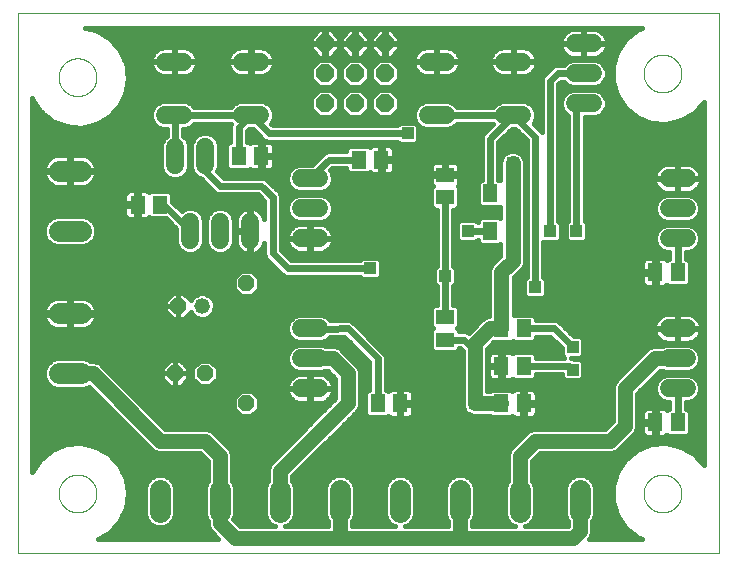
<source format=gbl>
G75*
%MOIN*%
%OFA0B0*%
%FSLAX25Y25*%
%IPPOS*%
%LPD*%
%AMOC8*
5,1,8,0,0,1.08239X$1,22.5*
%
%ADD10C,0.00000*%
%ADD11R,0.05118X0.05906*%
%ADD12R,0.05906X0.05118*%
%ADD13C,0.06000*%
%ADD14C,0.07050*%
%ADD15OC8,0.06000*%
%ADD16OC8,0.05200*%
%ADD17C,0.05200*%
%ADD18C,0.01600*%
%ADD19R,0.05000X0.05000*%
%ADD20C,0.05000*%
%ADD21C,0.02400*%
%ADD22R,0.04000X0.04000*%
%ADD23R,0.03962X0.03962*%
D10*
X0009300Y0001800D02*
X0009300Y0181761D01*
X0009300Y0181800D02*
X0243050Y0181800D01*
X0243001Y0181761D02*
X0243001Y0001800D01*
X0009300Y0001800D01*
X0023001Y0021800D02*
X0023003Y0021958D01*
X0023009Y0022116D01*
X0023019Y0022274D01*
X0023033Y0022432D01*
X0023051Y0022589D01*
X0023072Y0022746D01*
X0023098Y0022902D01*
X0023128Y0023058D01*
X0023161Y0023213D01*
X0023199Y0023366D01*
X0023240Y0023519D01*
X0023285Y0023671D01*
X0023334Y0023822D01*
X0023387Y0023971D01*
X0023443Y0024119D01*
X0023503Y0024265D01*
X0023567Y0024410D01*
X0023635Y0024553D01*
X0023706Y0024695D01*
X0023780Y0024835D01*
X0023858Y0024972D01*
X0023940Y0025108D01*
X0024024Y0025242D01*
X0024113Y0025373D01*
X0024204Y0025502D01*
X0024299Y0025629D01*
X0024396Y0025754D01*
X0024497Y0025876D01*
X0024601Y0025995D01*
X0024708Y0026112D01*
X0024818Y0026226D01*
X0024931Y0026337D01*
X0025046Y0026446D01*
X0025164Y0026551D01*
X0025285Y0026653D01*
X0025408Y0026753D01*
X0025534Y0026849D01*
X0025662Y0026942D01*
X0025792Y0027032D01*
X0025925Y0027118D01*
X0026060Y0027202D01*
X0026196Y0027281D01*
X0026335Y0027358D01*
X0026476Y0027430D01*
X0026618Y0027500D01*
X0026762Y0027565D01*
X0026908Y0027627D01*
X0027055Y0027685D01*
X0027204Y0027740D01*
X0027354Y0027791D01*
X0027505Y0027838D01*
X0027657Y0027881D01*
X0027810Y0027920D01*
X0027965Y0027956D01*
X0028120Y0027987D01*
X0028276Y0028015D01*
X0028432Y0028039D01*
X0028589Y0028059D01*
X0028747Y0028075D01*
X0028904Y0028087D01*
X0029063Y0028095D01*
X0029221Y0028099D01*
X0029379Y0028099D01*
X0029537Y0028095D01*
X0029696Y0028087D01*
X0029853Y0028075D01*
X0030011Y0028059D01*
X0030168Y0028039D01*
X0030324Y0028015D01*
X0030480Y0027987D01*
X0030635Y0027956D01*
X0030790Y0027920D01*
X0030943Y0027881D01*
X0031095Y0027838D01*
X0031246Y0027791D01*
X0031396Y0027740D01*
X0031545Y0027685D01*
X0031692Y0027627D01*
X0031838Y0027565D01*
X0031982Y0027500D01*
X0032124Y0027430D01*
X0032265Y0027358D01*
X0032404Y0027281D01*
X0032540Y0027202D01*
X0032675Y0027118D01*
X0032808Y0027032D01*
X0032938Y0026942D01*
X0033066Y0026849D01*
X0033192Y0026753D01*
X0033315Y0026653D01*
X0033436Y0026551D01*
X0033554Y0026446D01*
X0033669Y0026337D01*
X0033782Y0026226D01*
X0033892Y0026112D01*
X0033999Y0025995D01*
X0034103Y0025876D01*
X0034204Y0025754D01*
X0034301Y0025629D01*
X0034396Y0025502D01*
X0034487Y0025373D01*
X0034576Y0025242D01*
X0034660Y0025108D01*
X0034742Y0024972D01*
X0034820Y0024835D01*
X0034894Y0024695D01*
X0034965Y0024553D01*
X0035033Y0024410D01*
X0035097Y0024265D01*
X0035157Y0024119D01*
X0035213Y0023971D01*
X0035266Y0023822D01*
X0035315Y0023671D01*
X0035360Y0023519D01*
X0035401Y0023366D01*
X0035439Y0023213D01*
X0035472Y0023058D01*
X0035502Y0022902D01*
X0035528Y0022746D01*
X0035549Y0022589D01*
X0035567Y0022432D01*
X0035581Y0022274D01*
X0035591Y0022116D01*
X0035597Y0021958D01*
X0035599Y0021800D01*
X0035597Y0021642D01*
X0035591Y0021484D01*
X0035581Y0021326D01*
X0035567Y0021168D01*
X0035549Y0021011D01*
X0035528Y0020854D01*
X0035502Y0020698D01*
X0035472Y0020542D01*
X0035439Y0020387D01*
X0035401Y0020234D01*
X0035360Y0020081D01*
X0035315Y0019929D01*
X0035266Y0019778D01*
X0035213Y0019629D01*
X0035157Y0019481D01*
X0035097Y0019335D01*
X0035033Y0019190D01*
X0034965Y0019047D01*
X0034894Y0018905D01*
X0034820Y0018765D01*
X0034742Y0018628D01*
X0034660Y0018492D01*
X0034576Y0018358D01*
X0034487Y0018227D01*
X0034396Y0018098D01*
X0034301Y0017971D01*
X0034204Y0017846D01*
X0034103Y0017724D01*
X0033999Y0017605D01*
X0033892Y0017488D01*
X0033782Y0017374D01*
X0033669Y0017263D01*
X0033554Y0017154D01*
X0033436Y0017049D01*
X0033315Y0016947D01*
X0033192Y0016847D01*
X0033066Y0016751D01*
X0032938Y0016658D01*
X0032808Y0016568D01*
X0032675Y0016482D01*
X0032540Y0016398D01*
X0032404Y0016319D01*
X0032265Y0016242D01*
X0032124Y0016170D01*
X0031982Y0016100D01*
X0031838Y0016035D01*
X0031692Y0015973D01*
X0031545Y0015915D01*
X0031396Y0015860D01*
X0031246Y0015809D01*
X0031095Y0015762D01*
X0030943Y0015719D01*
X0030790Y0015680D01*
X0030635Y0015644D01*
X0030480Y0015613D01*
X0030324Y0015585D01*
X0030168Y0015561D01*
X0030011Y0015541D01*
X0029853Y0015525D01*
X0029696Y0015513D01*
X0029537Y0015505D01*
X0029379Y0015501D01*
X0029221Y0015501D01*
X0029063Y0015505D01*
X0028904Y0015513D01*
X0028747Y0015525D01*
X0028589Y0015541D01*
X0028432Y0015561D01*
X0028276Y0015585D01*
X0028120Y0015613D01*
X0027965Y0015644D01*
X0027810Y0015680D01*
X0027657Y0015719D01*
X0027505Y0015762D01*
X0027354Y0015809D01*
X0027204Y0015860D01*
X0027055Y0015915D01*
X0026908Y0015973D01*
X0026762Y0016035D01*
X0026618Y0016100D01*
X0026476Y0016170D01*
X0026335Y0016242D01*
X0026196Y0016319D01*
X0026060Y0016398D01*
X0025925Y0016482D01*
X0025792Y0016568D01*
X0025662Y0016658D01*
X0025534Y0016751D01*
X0025408Y0016847D01*
X0025285Y0016947D01*
X0025164Y0017049D01*
X0025046Y0017154D01*
X0024931Y0017263D01*
X0024818Y0017374D01*
X0024708Y0017488D01*
X0024601Y0017605D01*
X0024497Y0017724D01*
X0024396Y0017846D01*
X0024299Y0017971D01*
X0024204Y0018098D01*
X0024113Y0018227D01*
X0024024Y0018358D01*
X0023940Y0018492D01*
X0023858Y0018628D01*
X0023780Y0018765D01*
X0023706Y0018905D01*
X0023635Y0019047D01*
X0023567Y0019190D01*
X0023503Y0019335D01*
X0023443Y0019481D01*
X0023387Y0019629D01*
X0023334Y0019778D01*
X0023285Y0019929D01*
X0023240Y0020081D01*
X0023199Y0020234D01*
X0023161Y0020387D01*
X0023128Y0020542D01*
X0023098Y0020698D01*
X0023072Y0020854D01*
X0023051Y0021011D01*
X0023033Y0021168D01*
X0023019Y0021326D01*
X0023009Y0021484D01*
X0023003Y0021642D01*
X0023001Y0021800D01*
X0023001Y0160550D02*
X0023003Y0160708D01*
X0023009Y0160866D01*
X0023019Y0161024D01*
X0023033Y0161182D01*
X0023051Y0161339D01*
X0023072Y0161496D01*
X0023098Y0161652D01*
X0023128Y0161808D01*
X0023161Y0161963D01*
X0023199Y0162116D01*
X0023240Y0162269D01*
X0023285Y0162421D01*
X0023334Y0162572D01*
X0023387Y0162721D01*
X0023443Y0162869D01*
X0023503Y0163015D01*
X0023567Y0163160D01*
X0023635Y0163303D01*
X0023706Y0163445D01*
X0023780Y0163585D01*
X0023858Y0163722D01*
X0023940Y0163858D01*
X0024024Y0163992D01*
X0024113Y0164123D01*
X0024204Y0164252D01*
X0024299Y0164379D01*
X0024396Y0164504D01*
X0024497Y0164626D01*
X0024601Y0164745D01*
X0024708Y0164862D01*
X0024818Y0164976D01*
X0024931Y0165087D01*
X0025046Y0165196D01*
X0025164Y0165301D01*
X0025285Y0165403D01*
X0025408Y0165503D01*
X0025534Y0165599D01*
X0025662Y0165692D01*
X0025792Y0165782D01*
X0025925Y0165868D01*
X0026060Y0165952D01*
X0026196Y0166031D01*
X0026335Y0166108D01*
X0026476Y0166180D01*
X0026618Y0166250D01*
X0026762Y0166315D01*
X0026908Y0166377D01*
X0027055Y0166435D01*
X0027204Y0166490D01*
X0027354Y0166541D01*
X0027505Y0166588D01*
X0027657Y0166631D01*
X0027810Y0166670D01*
X0027965Y0166706D01*
X0028120Y0166737D01*
X0028276Y0166765D01*
X0028432Y0166789D01*
X0028589Y0166809D01*
X0028747Y0166825D01*
X0028904Y0166837D01*
X0029063Y0166845D01*
X0029221Y0166849D01*
X0029379Y0166849D01*
X0029537Y0166845D01*
X0029696Y0166837D01*
X0029853Y0166825D01*
X0030011Y0166809D01*
X0030168Y0166789D01*
X0030324Y0166765D01*
X0030480Y0166737D01*
X0030635Y0166706D01*
X0030790Y0166670D01*
X0030943Y0166631D01*
X0031095Y0166588D01*
X0031246Y0166541D01*
X0031396Y0166490D01*
X0031545Y0166435D01*
X0031692Y0166377D01*
X0031838Y0166315D01*
X0031982Y0166250D01*
X0032124Y0166180D01*
X0032265Y0166108D01*
X0032404Y0166031D01*
X0032540Y0165952D01*
X0032675Y0165868D01*
X0032808Y0165782D01*
X0032938Y0165692D01*
X0033066Y0165599D01*
X0033192Y0165503D01*
X0033315Y0165403D01*
X0033436Y0165301D01*
X0033554Y0165196D01*
X0033669Y0165087D01*
X0033782Y0164976D01*
X0033892Y0164862D01*
X0033999Y0164745D01*
X0034103Y0164626D01*
X0034204Y0164504D01*
X0034301Y0164379D01*
X0034396Y0164252D01*
X0034487Y0164123D01*
X0034576Y0163992D01*
X0034660Y0163858D01*
X0034742Y0163722D01*
X0034820Y0163585D01*
X0034894Y0163445D01*
X0034965Y0163303D01*
X0035033Y0163160D01*
X0035097Y0163015D01*
X0035157Y0162869D01*
X0035213Y0162721D01*
X0035266Y0162572D01*
X0035315Y0162421D01*
X0035360Y0162269D01*
X0035401Y0162116D01*
X0035439Y0161963D01*
X0035472Y0161808D01*
X0035502Y0161652D01*
X0035528Y0161496D01*
X0035549Y0161339D01*
X0035567Y0161182D01*
X0035581Y0161024D01*
X0035591Y0160866D01*
X0035597Y0160708D01*
X0035599Y0160550D01*
X0035597Y0160392D01*
X0035591Y0160234D01*
X0035581Y0160076D01*
X0035567Y0159918D01*
X0035549Y0159761D01*
X0035528Y0159604D01*
X0035502Y0159448D01*
X0035472Y0159292D01*
X0035439Y0159137D01*
X0035401Y0158984D01*
X0035360Y0158831D01*
X0035315Y0158679D01*
X0035266Y0158528D01*
X0035213Y0158379D01*
X0035157Y0158231D01*
X0035097Y0158085D01*
X0035033Y0157940D01*
X0034965Y0157797D01*
X0034894Y0157655D01*
X0034820Y0157515D01*
X0034742Y0157378D01*
X0034660Y0157242D01*
X0034576Y0157108D01*
X0034487Y0156977D01*
X0034396Y0156848D01*
X0034301Y0156721D01*
X0034204Y0156596D01*
X0034103Y0156474D01*
X0033999Y0156355D01*
X0033892Y0156238D01*
X0033782Y0156124D01*
X0033669Y0156013D01*
X0033554Y0155904D01*
X0033436Y0155799D01*
X0033315Y0155697D01*
X0033192Y0155597D01*
X0033066Y0155501D01*
X0032938Y0155408D01*
X0032808Y0155318D01*
X0032675Y0155232D01*
X0032540Y0155148D01*
X0032404Y0155069D01*
X0032265Y0154992D01*
X0032124Y0154920D01*
X0031982Y0154850D01*
X0031838Y0154785D01*
X0031692Y0154723D01*
X0031545Y0154665D01*
X0031396Y0154610D01*
X0031246Y0154559D01*
X0031095Y0154512D01*
X0030943Y0154469D01*
X0030790Y0154430D01*
X0030635Y0154394D01*
X0030480Y0154363D01*
X0030324Y0154335D01*
X0030168Y0154311D01*
X0030011Y0154291D01*
X0029853Y0154275D01*
X0029696Y0154263D01*
X0029537Y0154255D01*
X0029379Y0154251D01*
X0029221Y0154251D01*
X0029063Y0154255D01*
X0028904Y0154263D01*
X0028747Y0154275D01*
X0028589Y0154291D01*
X0028432Y0154311D01*
X0028276Y0154335D01*
X0028120Y0154363D01*
X0027965Y0154394D01*
X0027810Y0154430D01*
X0027657Y0154469D01*
X0027505Y0154512D01*
X0027354Y0154559D01*
X0027204Y0154610D01*
X0027055Y0154665D01*
X0026908Y0154723D01*
X0026762Y0154785D01*
X0026618Y0154850D01*
X0026476Y0154920D01*
X0026335Y0154992D01*
X0026196Y0155069D01*
X0026060Y0155148D01*
X0025925Y0155232D01*
X0025792Y0155318D01*
X0025662Y0155408D01*
X0025534Y0155501D01*
X0025408Y0155597D01*
X0025285Y0155697D01*
X0025164Y0155799D01*
X0025046Y0155904D01*
X0024931Y0156013D01*
X0024818Y0156124D01*
X0024708Y0156238D01*
X0024601Y0156355D01*
X0024497Y0156474D01*
X0024396Y0156596D01*
X0024299Y0156721D01*
X0024204Y0156848D01*
X0024113Y0156977D01*
X0024024Y0157108D01*
X0023940Y0157242D01*
X0023858Y0157378D01*
X0023780Y0157515D01*
X0023706Y0157655D01*
X0023635Y0157797D01*
X0023567Y0157940D01*
X0023503Y0158085D01*
X0023443Y0158231D01*
X0023387Y0158379D01*
X0023334Y0158528D01*
X0023285Y0158679D01*
X0023240Y0158831D01*
X0023199Y0158984D01*
X0023161Y0159137D01*
X0023128Y0159292D01*
X0023098Y0159448D01*
X0023072Y0159604D01*
X0023051Y0159761D01*
X0023033Y0159918D01*
X0023019Y0160076D01*
X0023009Y0160234D01*
X0023003Y0160392D01*
X0023001Y0160550D01*
X0218001Y0161800D02*
X0218003Y0161958D01*
X0218009Y0162116D01*
X0218019Y0162274D01*
X0218033Y0162432D01*
X0218051Y0162589D01*
X0218072Y0162746D01*
X0218098Y0162902D01*
X0218128Y0163058D01*
X0218161Y0163213D01*
X0218199Y0163366D01*
X0218240Y0163519D01*
X0218285Y0163671D01*
X0218334Y0163822D01*
X0218387Y0163971D01*
X0218443Y0164119D01*
X0218503Y0164265D01*
X0218567Y0164410D01*
X0218635Y0164553D01*
X0218706Y0164695D01*
X0218780Y0164835D01*
X0218858Y0164972D01*
X0218940Y0165108D01*
X0219024Y0165242D01*
X0219113Y0165373D01*
X0219204Y0165502D01*
X0219299Y0165629D01*
X0219396Y0165754D01*
X0219497Y0165876D01*
X0219601Y0165995D01*
X0219708Y0166112D01*
X0219818Y0166226D01*
X0219931Y0166337D01*
X0220046Y0166446D01*
X0220164Y0166551D01*
X0220285Y0166653D01*
X0220408Y0166753D01*
X0220534Y0166849D01*
X0220662Y0166942D01*
X0220792Y0167032D01*
X0220925Y0167118D01*
X0221060Y0167202D01*
X0221196Y0167281D01*
X0221335Y0167358D01*
X0221476Y0167430D01*
X0221618Y0167500D01*
X0221762Y0167565D01*
X0221908Y0167627D01*
X0222055Y0167685D01*
X0222204Y0167740D01*
X0222354Y0167791D01*
X0222505Y0167838D01*
X0222657Y0167881D01*
X0222810Y0167920D01*
X0222965Y0167956D01*
X0223120Y0167987D01*
X0223276Y0168015D01*
X0223432Y0168039D01*
X0223589Y0168059D01*
X0223747Y0168075D01*
X0223904Y0168087D01*
X0224063Y0168095D01*
X0224221Y0168099D01*
X0224379Y0168099D01*
X0224537Y0168095D01*
X0224696Y0168087D01*
X0224853Y0168075D01*
X0225011Y0168059D01*
X0225168Y0168039D01*
X0225324Y0168015D01*
X0225480Y0167987D01*
X0225635Y0167956D01*
X0225790Y0167920D01*
X0225943Y0167881D01*
X0226095Y0167838D01*
X0226246Y0167791D01*
X0226396Y0167740D01*
X0226545Y0167685D01*
X0226692Y0167627D01*
X0226838Y0167565D01*
X0226982Y0167500D01*
X0227124Y0167430D01*
X0227265Y0167358D01*
X0227404Y0167281D01*
X0227540Y0167202D01*
X0227675Y0167118D01*
X0227808Y0167032D01*
X0227938Y0166942D01*
X0228066Y0166849D01*
X0228192Y0166753D01*
X0228315Y0166653D01*
X0228436Y0166551D01*
X0228554Y0166446D01*
X0228669Y0166337D01*
X0228782Y0166226D01*
X0228892Y0166112D01*
X0228999Y0165995D01*
X0229103Y0165876D01*
X0229204Y0165754D01*
X0229301Y0165629D01*
X0229396Y0165502D01*
X0229487Y0165373D01*
X0229576Y0165242D01*
X0229660Y0165108D01*
X0229742Y0164972D01*
X0229820Y0164835D01*
X0229894Y0164695D01*
X0229965Y0164553D01*
X0230033Y0164410D01*
X0230097Y0164265D01*
X0230157Y0164119D01*
X0230213Y0163971D01*
X0230266Y0163822D01*
X0230315Y0163671D01*
X0230360Y0163519D01*
X0230401Y0163366D01*
X0230439Y0163213D01*
X0230472Y0163058D01*
X0230502Y0162902D01*
X0230528Y0162746D01*
X0230549Y0162589D01*
X0230567Y0162432D01*
X0230581Y0162274D01*
X0230591Y0162116D01*
X0230597Y0161958D01*
X0230599Y0161800D01*
X0230597Y0161642D01*
X0230591Y0161484D01*
X0230581Y0161326D01*
X0230567Y0161168D01*
X0230549Y0161011D01*
X0230528Y0160854D01*
X0230502Y0160698D01*
X0230472Y0160542D01*
X0230439Y0160387D01*
X0230401Y0160234D01*
X0230360Y0160081D01*
X0230315Y0159929D01*
X0230266Y0159778D01*
X0230213Y0159629D01*
X0230157Y0159481D01*
X0230097Y0159335D01*
X0230033Y0159190D01*
X0229965Y0159047D01*
X0229894Y0158905D01*
X0229820Y0158765D01*
X0229742Y0158628D01*
X0229660Y0158492D01*
X0229576Y0158358D01*
X0229487Y0158227D01*
X0229396Y0158098D01*
X0229301Y0157971D01*
X0229204Y0157846D01*
X0229103Y0157724D01*
X0228999Y0157605D01*
X0228892Y0157488D01*
X0228782Y0157374D01*
X0228669Y0157263D01*
X0228554Y0157154D01*
X0228436Y0157049D01*
X0228315Y0156947D01*
X0228192Y0156847D01*
X0228066Y0156751D01*
X0227938Y0156658D01*
X0227808Y0156568D01*
X0227675Y0156482D01*
X0227540Y0156398D01*
X0227404Y0156319D01*
X0227265Y0156242D01*
X0227124Y0156170D01*
X0226982Y0156100D01*
X0226838Y0156035D01*
X0226692Y0155973D01*
X0226545Y0155915D01*
X0226396Y0155860D01*
X0226246Y0155809D01*
X0226095Y0155762D01*
X0225943Y0155719D01*
X0225790Y0155680D01*
X0225635Y0155644D01*
X0225480Y0155613D01*
X0225324Y0155585D01*
X0225168Y0155561D01*
X0225011Y0155541D01*
X0224853Y0155525D01*
X0224696Y0155513D01*
X0224537Y0155505D01*
X0224379Y0155501D01*
X0224221Y0155501D01*
X0224063Y0155505D01*
X0223904Y0155513D01*
X0223747Y0155525D01*
X0223589Y0155541D01*
X0223432Y0155561D01*
X0223276Y0155585D01*
X0223120Y0155613D01*
X0222965Y0155644D01*
X0222810Y0155680D01*
X0222657Y0155719D01*
X0222505Y0155762D01*
X0222354Y0155809D01*
X0222204Y0155860D01*
X0222055Y0155915D01*
X0221908Y0155973D01*
X0221762Y0156035D01*
X0221618Y0156100D01*
X0221476Y0156170D01*
X0221335Y0156242D01*
X0221196Y0156319D01*
X0221060Y0156398D01*
X0220925Y0156482D01*
X0220792Y0156568D01*
X0220662Y0156658D01*
X0220534Y0156751D01*
X0220408Y0156847D01*
X0220285Y0156947D01*
X0220164Y0157049D01*
X0220046Y0157154D01*
X0219931Y0157263D01*
X0219818Y0157374D01*
X0219708Y0157488D01*
X0219601Y0157605D01*
X0219497Y0157724D01*
X0219396Y0157846D01*
X0219299Y0157971D01*
X0219204Y0158098D01*
X0219113Y0158227D01*
X0219024Y0158358D01*
X0218940Y0158492D01*
X0218858Y0158628D01*
X0218780Y0158765D01*
X0218706Y0158905D01*
X0218635Y0159047D01*
X0218567Y0159190D01*
X0218503Y0159335D01*
X0218443Y0159481D01*
X0218387Y0159629D01*
X0218334Y0159778D01*
X0218285Y0159929D01*
X0218240Y0160081D01*
X0218199Y0160234D01*
X0218161Y0160387D01*
X0218128Y0160542D01*
X0218098Y0160698D01*
X0218072Y0160854D01*
X0218051Y0161011D01*
X0218033Y0161168D01*
X0218019Y0161326D01*
X0218009Y0161484D01*
X0218003Y0161642D01*
X0218001Y0161800D01*
X0218001Y0021800D02*
X0218003Y0021958D01*
X0218009Y0022116D01*
X0218019Y0022274D01*
X0218033Y0022432D01*
X0218051Y0022589D01*
X0218072Y0022746D01*
X0218098Y0022902D01*
X0218128Y0023058D01*
X0218161Y0023213D01*
X0218199Y0023366D01*
X0218240Y0023519D01*
X0218285Y0023671D01*
X0218334Y0023822D01*
X0218387Y0023971D01*
X0218443Y0024119D01*
X0218503Y0024265D01*
X0218567Y0024410D01*
X0218635Y0024553D01*
X0218706Y0024695D01*
X0218780Y0024835D01*
X0218858Y0024972D01*
X0218940Y0025108D01*
X0219024Y0025242D01*
X0219113Y0025373D01*
X0219204Y0025502D01*
X0219299Y0025629D01*
X0219396Y0025754D01*
X0219497Y0025876D01*
X0219601Y0025995D01*
X0219708Y0026112D01*
X0219818Y0026226D01*
X0219931Y0026337D01*
X0220046Y0026446D01*
X0220164Y0026551D01*
X0220285Y0026653D01*
X0220408Y0026753D01*
X0220534Y0026849D01*
X0220662Y0026942D01*
X0220792Y0027032D01*
X0220925Y0027118D01*
X0221060Y0027202D01*
X0221196Y0027281D01*
X0221335Y0027358D01*
X0221476Y0027430D01*
X0221618Y0027500D01*
X0221762Y0027565D01*
X0221908Y0027627D01*
X0222055Y0027685D01*
X0222204Y0027740D01*
X0222354Y0027791D01*
X0222505Y0027838D01*
X0222657Y0027881D01*
X0222810Y0027920D01*
X0222965Y0027956D01*
X0223120Y0027987D01*
X0223276Y0028015D01*
X0223432Y0028039D01*
X0223589Y0028059D01*
X0223747Y0028075D01*
X0223904Y0028087D01*
X0224063Y0028095D01*
X0224221Y0028099D01*
X0224379Y0028099D01*
X0224537Y0028095D01*
X0224696Y0028087D01*
X0224853Y0028075D01*
X0225011Y0028059D01*
X0225168Y0028039D01*
X0225324Y0028015D01*
X0225480Y0027987D01*
X0225635Y0027956D01*
X0225790Y0027920D01*
X0225943Y0027881D01*
X0226095Y0027838D01*
X0226246Y0027791D01*
X0226396Y0027740D01*
X0226545Y0027685D01*
X0226692Y0027627D01*
X0226838Y0027565D01*
X0226982Y0027500D01*
X0227124Y0027430D01*
X0227265Y0027358D01*
X0227404Y0027281D01*
X0227540Y0027202D01*
X0227675Y0027118D01*
X0227808Y0027032D01*
X0227938Y0026942D01*
X0228066Y0026849D01*
X0228192Y0026753D01*
X0228315Y0026653D01*
X0228436Y0026551D01*
X0228554Y0026446D01*
X0228669Y0026337D01*
X0228782Y0026226D01*
X0228892Y0026112D01*
X0228999Y0025995D01*
X0229103Y0025876D01*
X0229204Y0025754D01*
X0229301Y0025629D01*
X0229396Y0025502D01*
X0229487Y0025373D01*
X0229576Y0025242D01*
X0229660Y0025108D01*
X0229742Y0024972D01*
X0229820Y0024835D01*
X0229894Y0024695D01*
X0229965Y0024553D01*
X0230033Y0024410D01*
X0230097Y0024265D01*
X0230157Y0024119D01*
X0230213Y0023971D01*
X0230266Y0023822D01*
X0230315Y0023671D01*
X0230360Y0023519D01*
X0230401Y0023366D01*
X0230439Y0023213D01*
X0230472Y0023058D01*
X0230502Y0022902D01*
X0230528Y0022746D01*
X0230549Y0022589D01*
X0230567Y0022432D01*
X0230581Y0022274D01*
X0230591Y0022116D01*
X0230597Y0021958D01*
X0230599Y0021800D01*
X0230597Y0021642D01*
X0230591Y0021484D01*
X0230581Y0021326D01*
X0230567Y0021168D01*
X0230549Y0021011D01*
X0230528Y0020854D01*
X0230502Y0020698D01*
X0230472Y0020542D01*
X0230439Y0020387D01*
X0230401Y0020234D01*
X0230360Y0020081D01*
X0230315Y0019929D01*
X0230266Y0019778D01*
X0230213Y0019629D01*
X0230157Y0019481D01*
X0230097Y0019335D01*
X0230033Y0019190D01*
X0229965Y0019047D01*
X0229894Y0018905D01*
X0229820Y0018765D01*
X0229742Y0018628D01*
X0229660Y0018492D01*
X0229576Y0018358D01*
X0229487Y0018227D01*
X0229396Y0018098D01*
X0229301Y0017971D01*
X0229204Y0017846D01*
X0229103Y0017724D01*
X0228999Y0017605D01*
X0228892Y0017488D01*
X0228782Y0017374D01*
X0228669Y0017263D01*
X0228554Y0017154D01*
X0228436Y0017049D01*
X0228315Y0016947D01*
X0228192Y0016847D01*
X0228066Y0016751D01*
X0227938Y0016658D01*
X0227808Y0016568D01*
X0227675Y0016482D01*
X0227540Y0016398D01*
X0227404Y0016319D01*
X0227265Y0016242D01*
X0227124Y0016170D01*
X0226982Y0016100D01*
X0226838Y0016035D01*
X0226692Y0015973D01*
X0226545Y0015915D01*
X0226396Y0015860D01*
X0226246Y0015809D01*
X0226095Y0015762D01*
X0225943Y0015719D01*
X0225790Y0015680D01*
X0225635Y0015644D01*
X0225480Y0015613D01*
X0225324Y0015585D01*
X0225168Y0015561D01*
X0225011Y0015541D01*
X0224853Y0015525D01*
X0224696Y0015513D01*
X0224537Y0015505D01*
X0224379Y0015501D01*
X0224221Y0015501D01*
X0224063Y0015505D01*
X0223904Y0015513D01*
X0223747Y0015525D01*
X0223589Y0015541D01*
X0223432Y0015561D01*
X0223276Y0015585D01*
X0223120Y0015613D01*
X0222965Y0015644D01*
X0222810Y0015680D01*
X0222657Y0015719D01*
X0222505Y0015762D01*
X0222354Y0015809D01*
X0222204Y0015860D01*
X0222055Y0015915D01*
X0221908Y0015973D01*
X0221762Y0016035D01*
X0221618Y0016100D01*
X0221476Y0016170D01*
X0221335Y0016242D01*
X0221196Y0016319D01*
X0221060Y0016398D01*
X0220925Y0016482D01*
X0220792Y0016568D01*
X0220662Y0016658D01*
X0220534Y0016751D01*
X0220408Y0016847D01*
X0220285Y0016947D01*
X0220164Y0017049D01*
X0220046Y0017154D01*
X0219931Y0017263D01*
X0219818Y0017374D01*
X0219708Y0017488D01*
X0219601Y0017605D01*
X0219497Y0017724D01*
X0219396Y0017846D01*
X0219299Y0017971D01*
X0219204Y0018098D01*
X0219113Y0018227D01*
X0219024Y0018358D01*
X0218940Y0018492D01*
X0218858Y0018628D01*
X0218780Y0018765D01*
X0218706Y0018905D01*
X0218635Y0019047D01*
X0218567Y0019190D01*
X0218503Y0019335D01*
X0218443Y0019481D01*
X0218387Y0019629D01*
X0218334Y0019778D01*
X0218285Y0019929D01*
X0218240Y0020081D01*
X0218199Y0020234D01*
X0218161Y0020387D01*
X0218128Y0020542D01*
X0218098Y0020698D01*
X0218072Y0020854D01*
X0218051Y0021011D01*
X0218033Y0021168D01*
X0218019Y0021326D01*
X0218009Y0021484D01*
X0218003Y0021642D01*
X0218001Y0021800D01*
D11*
X0221810Y0045550D03*
X0229290Y0045550D03*
X0178040Y0051800D03*
X0170560Y0051800D03*
X0170560Y0064300D03*
X0178040Y0064300D03*
X0178040Y0076800D03*
X0170560Y0076800D03*
X0136790Y0051800D03*
X0129310Y0051800D03*
X0166810Y0109300D03*
X0174290Y0109300D03*
X0174290Y0121800D03*
X0166810Y0121800D03*
X0130540Y0133050D03*
X0123060Y0133050D03*
X0090540Y0134300D03*
X0083060Y0134300D03*
X0056790Y0118050D03*
X0049310Y0118050D03*
X0221810Y0095550D03*
X0229290Y0095550D03*
D12*
X0151800Y0080540D03*
X0151800Y0073060D03*
X0151800Y0120560D03*
X0151800Y0128040D03*
D13*
X0152000Y0147900D02*
X0146000Y0147900D01*
X0146000Y0165700D02*
X0152000Y0165700D01*
X0171600Y0165700D02*
X0177600Y0165700D01*
X0195050Y0161800D02*
X0201050Y0161800D01*
X0201050Y0151800D02*
X0195050Y0151800D01*
X0177600Y0147900D02*
X0171600Y0147900D01*
X0195050Y0171800D02*
X0201050Y0171800D01*
X0226300Y0126800D02*
X0232300Y0126800D01*
X0232300Y0116800D02*
X0226300Y0116800D01*
X0226300Y0106800D02*
X0232300Y0106800D01*
X0232300Y0076800D02*
X0226300Y0076800D01*
X0226300Y0066800D02*
X0232300Y0066800D01*
X0232300Y0056800D02*
X0226300Y0056800D01*
X0109800Y0056800D02*
X0103800Y0056800D01*
X0103800Y0066800D02*
X0109800Y0066800D01*
X0109800Y0076800D02*
X0103800Y0076800D01*
X0103800Y0106800D02*
X0109800Y0106800D01*
X0109800Y0116800D02*
X0103800Y0116800D01*
X0103800Y0126800D02*
X0109800Y0126800D01*
X0086800Y0112300D02*
X0086800Y0106300D01*
X0076800Y0106300D02*
X0076800Y0112300D01*
X0066800Y0112300D02*
X0066800Y0106300D01*
X0061800Y0131300D02*
X0061800Y0137300D01*
X0071800Y0137300D02*
X0071800Y0131300D01*
X0064500Y0147900D02*
X0058500Y0147900D01*
X0058500Y0165700D02*
X0064500Y0165700D01*
X0084100Y0165700D02*
X0090100Y0165700D01*
X0090100Y0147900D02*
X0084100Y0147900D01*
D14*
X0030325Y0129300D02*
X0023275Y0129300D01*
X0023275Y0109300D02*
X0030325Y0109300D01*
X0030325Y0081800D02*
X0023275Y0081800D01*
X0023275Y0061800D02*
X0030325Y0061800D01*
X0056800Y0022825D02*
X0056800Y0015775D01*
X0076800Y0015775D02*
X0076800Y0022825D01*
X0096800Y0022825D02*
X0096800Y0015775D01*
X0116800Y0015775D02*
X0116800Y0022825D01*
X0136800Y0022825D02*
X0136800Y0015775D01*
X0156800Y0015775D02*
X0156800Y0022825D01*
X0176800Y0022825D02*
X0176800Y0015775D01*
X0196800Y0015775D02*
X0196800Y0022825D01*
D15*
X0131800Y0151800D03*
X0121800Y0151800D03*
X0111800Y0151800D03*
X0111800Y0161800D03*
X0111800Y0161800D03*
X0121800Y0161800D03*
X0121800Y0161800D03*
X0131800Y0161800D03*
X0131800Y0161800D03*
X0131800Y0171800D03*
X0121800Y0171800D03*
X0111800Y0171800D03*
D16*
X0085550Y0091800D03*
X0062800Y0084300D03*
X0061800Y0061800D03*
X0071800Y0061800D03*
X0085550Y0051800D03*
D17*
X0070800Y0084300D03*
D18*
X0067065Y0086258D02*
X0064623Y0088700D01*
X0062800Y0088700D01*
X0062800Y0084300D01*
X0062800Y0084300D01*
X0062800Y0079900D01*
X0064623Y0079900D01*
X0067065Y0082342D01*
X0067239Y0081921D01*
X0068421Y0080739D01*
X0069965Y0080100D01*
X0071635Y0080100D01*
X0073179Y0080739D01*
X0074361Y0081921D01*
X0075000Y0083465D01*
X0075000Y0085135D01*
X0074361Y0086679D01*
X0073179Y0087861D01*
X0071635Y0088500D01*
X0069965Y0088500D01*
X0068421Y0087861D01*
X0067239Y0086679D01*
X0067065Y0086258D01*
X0067174Y0086521D02*
X0066801Y0086521D01*
X0065203Y0088120D02*
X0069046Y0088120D01*
X0072554Y0088120D02*
X0083291Y0088120D01*
X0083810Y0087600D02*
X0081350Y0090060D01*
X0081350Y0093540D01*
X0083810Y0096000D01*
X0087290Y0096000D01*
X0089750Y0093540D01*
X0089750Y0090060D01*
X0087290Y0087600D01*
X0083810Y0087600D01*
X0081692Y0089718D02*
X0014100Y0089718D01*
X0014100Y0088120D02*
X0060397Y0088120D01*
X0060977Y0088700D02*
X0058400Y0086123D01*
X0058400Y0084300D01*
X0062800Y0084300D01*
X0062800Y0084300D01*
X0062800Y0084300D01*
X0062800Y0088700D01*
X0060977Y0088700D01*
X0062800Y0088120D02*
X0062800Y0088120D01*
X0062800Y0086521D02*
X0062800Y0086521D01*
X0062800Y0084923D02*
X0062800Y0084923D01*
X0062800Y0084300D02*
X0058400Y0084300D01*
X0058400Y0082477D01*
X0060977Y0079900D01*
X0062800Y0079900D01*
X0062800Y0084300D01*
X0062800Y0083324D02*
X0062800Y0083324D01*
X0062800Y0081726D02*
X0062800Y0081726D01*
X0062800Y0080127D02*
X0062800Y0080127D01*
X0064850Y0080127D02*
X0069899Y0080127D01*
X0071701Y0080127D02*
X0100622Y0080127D01*
X0101194Y0080700D02*
X0099900Y0079406D01*
X0099200Y0077715D01*
X0099200Y0075885D01*
X0099900Y0074194D01*
X0101194Y0072900D01*
X0102885Y0072200D01*
X0110715Y0072200D01*
X0112406Y0072900D01*
X0113495Y0073989D01*
X0113612Y0073989D01*
X0113617Y0073991D01*
X0118142Y0073998D01*
X0126501Y0065639D01*
X0126507Y0056353D01*
X0126088Y0056353D01*
X0125151Y0055415D01*
X0125151Y0048184D01*
X0126088Y0047247D01*
X0132532Y0047247D01*
X0132909Y0047624D01*
X0133126Y0047407D01*
X0133536Y0047170D01*
X0133994Y0047047D01*
X0136311Y0047047D01*
X0136311Y0051320D01*
X0137270Y0051320D01*
X0137270Y0047047D01*
X0139586Y0047047D01*
X0140044Y0047170D01*
X0140454Y0047407D01*
X0140790Y0047742D01*
X0141027Y0048152D01*
X0141149Y0048610D01*
X0141149Y0051320D01*
X0137270Y0051320D01*
X0137270Y0052280D01*
X0136311Y0052280D01*
X0136311Y0056553D01*
X0133994Y0056553D01*
X0133536Y0056430D01*
X0133126Y0056193D01*
X0132909Y0055976D01*
X0132532Y0056353D01*
X0132107Y0056353D01*
X0132100Y0066796D01*
X0132100Y0067357D01*
X0132100Y0067358D01*
X0132100Y0067359D01*
X0131888Y0067868D01*
X0131674Y0068386D01*
X0131673Y0068387D01*
X0131673Y0068388D01*
X0131279Y0068781D01*
X0121672Y0078388D01*
X0121671Y0078390D01*
X0121277Y0078783D01*
X0120886Y0079174D01*
X0120884Y0079175D01*
X0120882Y0079176D01*
X0120369Y0079388D01*
X0119857Y0079600D01*
X0119855Y0079600D01*
X0119853Y0079601D01*
X0119299Y0079600D01*
X0118743Y0079600D01*
X0118741Y0079599D01*
X0113514Y0079591D01*
X0112406Y0080700D01*
X0110715Y0081400D01*
X0102885Y0081400D01*
X0101194Y0080700D01*
X0099537Y0078529D02*
X0034530Y0078529D01*
X0034387Y0078331D02*
X0034879Y0079009D01*
X0035260Y0079756D01*
X0035519Y0080553D01*
X0035650Y0081381D01*
X0035650Y0081425D01*
X0027175Y0081425D01*
X0027175Y0082175D01*
X0026425Y0082175D01*
X0026425Y0087125D01*
X0022856Y0087125D01*
X0022028Y0086994D01*
X0021231Y0086735D01*
X0020484Y0086354D01*
X0019806Y0085862D01*
X0019213Y0085269D01*
X0018721Y0084591D01*
X0018340Y0083844D01*
X0018081Y0083047D01*
X0017950Y0082219D01*
X0017950Y0082175D01*
X0026425Y0082175D01*
X0026425Y0081425D01*
X0027175Y0081425D01*
X0027175Y0076475D01*
X0030744Y0076475D01*
X0031572Y0076606D01*
X0032369Y0076865D01*
X0033116Y0077246D01*
X0033794Y0077738D01*
X0034387Y0078331D01*
X0035380Y0080127D02*
X0060750Y0080127D01*
X0059152Y0081726D02*
X0027175Y0081726D01*
X0027175Y0082175D02*
X0035650Y0082175D01*
X0035650Y0082219D01*
X0035519Y0083047D01*
X0035260Y0083844D01*
X0034879Y0084591D01*
X0034387Y0085269D01*
X0033794Y0085862D01*
X0033116Y0086354D01*
X0032369Y0086735D01*
X0031572Y0086994D01*
X0030744Y0087125D01*
X0027175Y0087125D01*
X0027175Y0082175D01*
X0026425Y0081726D02*
X0014100Y0081726D01*
X0014100Y0083324D02*
X0018171Y0083324D01*
X0018962Y0084923D02*
X0014100Y0084923D01*
X0014100Y0086521D02*
X0020811Y0086521D01*
X0026425Y0086521D02*
X0027175Y0086521D01*
X0027175Y0084923D02*
X0026425Y0084923D01*
X0026425Y0083324D02*
X0027175Y0083324D01*
X0026425Y0081425D02*
X0017950Y0081425D01*
X0017950Y0081381D01*
X0018081Y0080553D01*
X0018340Y0079756D01*
X0018721Y0079009D01*
X0019213Y0078331D01*
X0019806Y0077738D01*
X0020484Y0077246D01*
X0021231Y0076865D01*
X0022028Y0076606D01*
X0022856Y0076475D01*
X0026425Y0076475D01*
X0026425Y0081425D01*
X0026425Y0080127D02*
X0027175Y0080127D01*
X0027175Y0078529D02*
X0026425Y0078529D01*
X0026425Y0076930D02*
X0027175Y0076930D01*
X0032496Y0076930D02*
X0099200Y0076930D01*
X0099429Y0075332D02*
X0014100Y0075332D01*
X0014100Y0076930D02*
X0021104Y0076930D01*
X0019070Y0078529D02*
X0014100Y0078529D01*
X0014100Y0080127D02*
X0018220Y0080127D01*
X0014100Y0073733D02*
X0100362Y0073733D01*
X0101194Y0070700D02*
X0099900Y0069406D01*
X0099200Y0067715D01*
X0099200Y0065885D01*
X0099900Y0064194D01*
X0101194Y0062900D01*
X0102885Y0062200D01*
X0110715Y0062200D01*
X0111922Y0062700D01*
X0112602Y0062700D01*
X0115200Y0060102D01*
X0115200Y0053498D01*
X0093324Y0031622D01*
X0092700Y0030116D01*
X0092700Y0025973D01*
X0092455Y0025728D01*
X0091675Y0023844D01*
X0091675Y0014756D01*
X0092455Y0012872D01*
X0093897Y0011430D01*
X0095177Y0010900D01*
X0083498Y0010900D01*
X0081257Y0013142D01*
X0081925Y0014756D01*
X0081925Y0023844D01*
X0081145Y0025728D01*
X0080900Y0025973D01*
X0080900Y0035116D01*
X0080276Y0036622D01*
X0075276Y0041622D01*
X0075276Y0041622D01*
X0074122Y0042776D01*
X0072616Y0043400D01*
X0058498Y0043400D01*
X0037776Y0064122D01*
X0036622Y0065276D01*
X0035116Y0065900D01*
X0033473Y0065900D01*
X0033228Y0066145D01*
X0031344Y0066925D01*
X0022256Y0066925D01*
X0020372Y0066145D01*
X0018930Y0064703D01*
X0018150Y0062819D01*
X0018150Y0060781D01*
X0018930Y0058897D01*
X0020372Y0057455D01*
X0022256Y0056675D01*
X0031344Y0056675D01*
X0032958Y0057343D01*
X0054478Y0035824D01*
X0055984Y0035200D01*
X0070102Y0035200D01*
X0072700Y0032602D01*
X0072700Y0025973D01*
X0072455Y0025728D01*
X0071675Y0023844D01*
X0071675Y0014756D01*
X0072455Y0012872D01*
X0072700Y0012627D01*
X0072700Y0010984D01*
X0073324Y0009478D01*
X0076202Y0006600D01*
X0036197Y0006600D01*
X0039775Y0008665D01*
X0043181Y0012336D01*
X0045354Y0016848D01*
X0046100Y0021800D01*
X0045354Y0026752D01*
X0043181Y0031264D01*
X0039775Y0034935D01*
X0039775Y0034935D01*
X0035438Y0037439D01*
X0035438Y0037439D01*
X0030555Y0038553D01*
X0025562Y0038179D01*
X0025562Y0038179D01*
X0020900Y0036349D01*
X0016985Y0033227D01*
X0016985Y0033227D01*
X0016985Y0033227D01*
X0014164Y0029089D01*
X0014100Y0028883D01*
X0014100Y0153467D01*
X0014164Y0153261D01*
X0014164Y0153261D01*
X0016985Y0149123D01*
X0020900Y0146001D01*
X0025562Y0144171D01*
X0030555Y0143797D01*
X0030555Y0143797D01*
X0035438Y0144911D01*
X0039775Y0147415D01*
X0043181Y0151086D01*
X0045354Y0155598D01*
X0046100Y0160550D01*
X0045354Y0165502D01*
X0043181Y0170014D01*
X0039775Y0173685D01*
X0039775Y0173685D01*
X0035438Y0176189D01*
X0035438Y0176189D01*
X0031883Y0177000D01*
X0217558Y0177000D01*
X0215900Y0176349D01*
X0211985Y0173227D01*
X0211985Y0173227D01*
X0209164Y0169089D01*
X0207688Y0164304D01*
X0207688Y0159296D01*
X0209164Y0154511D01*
X0211985Y0150373D01*
X0215900Y0147251D01*
X0215900Y0147251D01*
X0220562Y0145421D01*
X0225555Y0145047D01*
X0225555Y0145047D01*
X0230438Y0146161D01*
X0234775Y0148665D01*
X0238181Y0152336D01*
X0238201Y0152378D01*
X0238201Y0031222D01*
X0238181Y0031264D01*
X0238181Y0031264D01*
X0238181Y0031264D01*
X0234775Y0034935D01*
X0230438Y0037439D01*
X0225555Y0038553D01*
X0220562Y0038179D01*
X0215900Y0036349D01*
X0211985Y0033227D01*
X0211985Y0033227D01*
X0211985Y0033227D01*
X0209164Y0029089D01*
X0207688Y0024304D01*
X0207688Y0019296D01*
X0209164Y0014511D01*
X0209164Y0014511D01*
X0211985Y0010373D01*
X0215900Y0007251D01*
X0217558Y0006600D01*
X0199898Y0006600D01*
X0200276Y0006978D01*
X0200900Y0008484D01*
X0200900Y0012627D01*
X0201145Y0012872D01*
X0201925Y0014756D01*
X0201925Y0023844D01*
X0201145Y0025728D01*
X0199703Y0027170D01*
X0197819Y0027950D01*
X0195781Y0027950D01*
X0193897Y0027170D01*
X0192455Y0025728D01*
X0191675Y0023844D01*
X0191675Y0014756D01*
X0192455Y0012872D01*
X0192700Y0012627D01*
X0192700Y0010998D01*
X0192602Y0010900D01*
X0178423Y0010900D01*
X0179703Y0011430D01*
X0181145Y0012872D01*
X0181925Y0014756D01*
X0181925Y0023844D01*
X0181145Y0025728D01*
X0180900Y0025973D01*
X0180900Y0032602D01*
X0183498Y0035200D01*
X0207616Y0035200D01*
X0209122Y0035824D01*
X0210276Y0036978D01*
X0215276Y0041978D01*
X0215900Y0043484D01*
X0215900Y0055102D01*
X0223498Y0062700D01*
X0224178Y0062700D01*
X0225385Y0062200D01*
X0233215Y0062200D01*
X0234906Y0062900D01*
X0236200Y0064194D01*
X0236900Y0065885D01*
X0236900Y0067715D01*
X0236200Y0069406D01*
X0234906Y0070700D01*
X0233215Y0071400D01*
X0225385Y0071400D01*
X0224178Y0070900D01*
X0220984Y0070900D01*
X0219478Y0070276D01*
X0209478Y0060276D01*
X0209478Y0060276D01*
X0208324Y0059122D01*
X0207700Y0057616D01*
X0207700Y0045998D01*
X0205102Y0043400D01*
X0180984Y0043400D01*
X0179478Y0042776D01*
X0174478Y0037776D01*
X0173324Y0036622D01*
X0172700Y0035116D01*
X0172700Y0025973D01*
X0172455Y0025728D01*
X0171675Y0023844D01*
X0171675Y0014756D01*
X0172455Y0012872D01*
X0173897Y0011430D01*
X0175177Y0010900D01*
X0160900Y0010900D01*
X0160900Y0012627D01*
X0161145Y0012872D01*
X0161925Y0014756D01*
X0161925Y0023844D01*
X0161145Y0025728D01*
X0159703Y0027170D01*
X0157819Y0027950D01*
X0155781Y0027950D01*
X0153897Y0027170D01*
X0152455Y0025728D01*
X0151675Y0023844D01*
X0151675Y0014756D01*
X0152455Y0012872D01*
X0152700Y0012627D01*
X0152700Y0010900D01*
X0138423Y0010900D01*
X0139703Y0011430D01*
X0141145Y0012872D01*
X0141925Y0014756D01*
X0141925Y0023844D01*
X0141145Y0025728D01*
X0139703Y0027170D01*
X0137819Y0027950D01*
X0135781Y0027950D01*
X0133897Y0027170D01*
X0132455Y0025728D01*
X0131675Y0023844D01*
X0131675Y0014756D01*
X0132455Y0012872D01*
X0133897Y0011430D01*
X0135177Y0010900D01*
X0120900Y0010900D01*
X0120900Y0012627D01*
X0121145Y0012872D01*
X0121925Y0014756D01*
X0121925Y0023844D01*
X0121145Y0025728D01*
X0119703Y0027170D01*
X0117819Y0027950D01*
X0115781Y0027950D01*
X0113897Y0027170D01*
X0112455Y0025728D01*
X0111675Y0023844D01*
X0111675Y0014756D01*
X0112455Y0012872D01*
X0112700Y0012627D01*
X0112700Y0010900D01*
X0098423Y0010900D01*
X0099703Y0011430D01*
X0101145Y0012872D01*
X0101925Y0014756D01*
X0101925Y0023844D01*
X0101145Y0025728D01*
X0100900Y0025973D01*
X0100900Y0027602D01*
X0121622Y0048324D01*
X0122776Y0049478D01*
X0123400Y0050984D01*
X0123400Y0062616D01*
X0122776Y0064122D01*
X0117776Y0069122D01*
X0116622Y0070276D01*
X0115116Y0070900D01*
X0111922Y0070900D01*
X0110715Y0071400D01*
X0102885Y0071400D01*
X0101194Y0070700D01*
X0101031Y0070536D02*
X0014100Y0070536D01*
X0014100Y0072134D02*
X0120006Y0072134D01*
X0121604Y0070536D02*
X0115994Y0070536D01*
X0117961Y0068937D02*
X0123203Y0068937D01*
X0124801Y0067339D02*
X0119559Y0067339D01*
X0121158Y0065740D02*
X0126400Y0065740D01*
X0126502Y0064142D02*
X0122756Y0064142D01*
X0123400Y0062543D02*
X0126503Y0062543D01*
X0126504Y0060945D02*
X0123400Y0060945D01*
X0123400Y0059346D02*
X0126505Y0059346D01*
X0126506Y0057748D02*
X0123400Y0057748D01*
X0123400Y0056149D02*
X0125885Y0056149D01*
X0125151Y0054551D02*
X0123400Y0054551D01*
X0123400Y0052952D02*
X0125151Y0052952D01*
X0125151Y0051354D02*
X0123400Y0051354D01*
X0122891Y0049755D02*
X0125151Y0049755D01*
X0125178Y0048157D02*
X0121455Y0048157D01*
X0119857Y0046558D02*
X0207700Y0046558D01*
X0207700Y0048157D02*
X0182278Y0048157D01*
X0182277Y0048152D02*
X0182399Y0048610D01*
X0182399Y0051320D01*
X0178520Y0051320D01*
X0178520Y0047047D01*
X0180836Y0047047D01*
X0181294Y0047170D01*
X0181704Y0047407D01*
X0182040Y0047742D01*
X0182277Y0048152D01*
X0182399Y0049755D02*
X0207700Y0049755D01*
X0207700Y0051354D02*
X0178520Y0051354D01*
X0178520Y0051320D02*
X0178520Y0052280D01*
X0177561Y0052280D01*
X0177561Y0056553D01*
X0175244Y0056553D01*
X0174786Y0056430D01*
X0174376Y0056193D01*
X0174159Y0055976D01*
X0173782Y0056353D01*
X0167338Y0056353D01*
X0166885Y0055900D01*
X0165900Y0055900D01*
X0165900Y0070102D01*
X0168046Y0072247D01*
X0173782Y0072247D01*
X0174300Y0072766D01*
X0174818Y0072247D01*
X0181262Y0072247D01*
X0182199Y0073184D01*
X0182199Y0074000D01*
X0186890Y0074000D01*
X0190719Y0070171D01*
X0190719Y0067906D01*
X0191525Y0067100D01*
X0182199Y0067100D01*
X0182199Y0067915D01*
X0181262Y0068853D01*
X0174818Y0068853D01*
X0174441Y0068476D01*
X0174224Y0068693D01*
X0173814Y0068930D01*
X0173356Y0069053D01*
X0171039Y0069053D01*
X0171039Y0064780D01*
X0170080Y0064780D01*
X0170080Y0069053D01*
X0167764Y0069053D01*
X0167306Y0068930D01*
X0166896Y0068693D01*
X0166560Y0068358D01*
X0166323Y0067948D01*
X0166201Y0067490D01*
X0166201Y0064780D01*
X0170080Y0064780D01*
X0170080Y0063820D01*
X0171039Y0063820D01*
X0171039Y0059547D01*
X0173356Y0059547D01*
X0173814Y0059670D01*
X0174224Y0059907D01*
X0174441Y0060124D01*
X0174818Y0059747D01*
X0181262Y0059747D01*
X0182199Y0060684D01*
X0182199Y0061500D01*
X0190719Y0061500D01*
X0190719Y0060406D01*
X0191656Y0059469D01*
X0196944Y0059469D01*
X0197881Y0060406D01*
X0197881Y0065694D01*
X0196944Y0066631D01*
X0194679Y0066631D01*
X0194636Y0066674D01*
X0193923Y0066969D01*
X0196944Y0066969D01*
X0197881Y0067906D01*
X0197881Y0073194D01*
X0196944Y0074131D01*
X0194679Y0074131D01*
X0189636Y0079174D01*
X0188607Y0079600D01*
X0182199Y0079600D01*
X0182199Y0080415D01*
X0181262Y0081353D01*
X0174818Y0081353D01*
X0174654Y0081188D01*
X0174640Y0090537D01*
X0174640Y0093842D01*
X0176624Y0095826D01*
X0176626Y0095826D01*
X0177202Y0096404D01*
X0177776Y0096978D01*
X0177777Y0096979D01*
X0177778Y0096981D01*
X0178089Y0097735D01*
X0178400Y0098484D01*
X0178400Y0098487D01*
X0178401Y0098488D01*
X0178400Y0099301D01*
X0178400Y0100116D01*
X0178399Y0100117D01*
X0178394Y0105629D01*
X0178449Y0105684D01*
X0178449Y0112915D01*
X0178390Y0112975D01*
X0178390Y0118125D01*
X0178449Y0118184D01*
X0178449Y0125415D01*
X0178390Y0125475D01*
X0178390Y0130961D01*
X0178400Y0130984D01*
X0178400Y0132616D01*
X0177881Y0133868D01*
X0177881Y0134444D01*
X0176944Y0135381D01*
X0176368Y0135381D01*
X0175116Y0135900D01*
X0173484Y0135900D01*
X0172232Y0135381D01*
X0171656Y0135381D01*
X0170719Y0134444D01*
X0170719Y0133882D01*
X0170190Y0132606D01*
X0170190Y0126194D01*
X0170032Y0126353D01*
X0169610Y0126353D01*
X0169610Y0138950D01*
X0173960Y0143300D01*
X0175240Y0143300D01*
X0179000Y0139540D01*
X0179000Y0093975D01*
X0178219Y0093194D01*
X0178219Y0087906D01*
X0179156Y0086969D01*
X0184444Y0086969D01*
X0185381Y0087906D01*
X0185381Y0093194D01*
X0184600Y0093975D01*
X0184600Y0105719D01*
X0189444Y0105719D01*
X0190381Y0106656D01*
X0190381Y0111944D01*
X0189600Y0112725D01*
X0189600Y0158140D01*
X0190460Y0159000D01*
X0191345Y0159000D01*
X0192444Y0157900D01*
X0194135Y0157200D01*
X0201965Y0157200D01*
X0203656Y0157900D01*
X0204950Y0159194D01*
X0205650Y0160885D01*
X0205650Y0162715D01*
X0204950Y0164406D01*
X0203656Y0165700D01*
X0201965Y0166400D01*
X0194135Y0166400D01*
X0192444Y0165700D01*
X0191345Y0164600D01*
X0188743Y0164600D01*
X0187714Y0164174D01*
X0186926Y0163386D01*
X0184426Y0160886D01*
X0184000Y0159857D01*
X0184000Y0142460D01*
X0181333Y0145127D01*
X0181500Y0145294D01*
X0182200Y0146985D01*
X0182200Y0148815D01*
X0181500Y0150506D01*
X0180206Y0151800D01*
X0178515Y0152500D01*
X0170685Y0152500D01*
X0168994Y0151800D01*
X0167895Y0150700D01*
X0155705Y0150700D01*
X0154606Y0151800D01*
X0152915Y0152500D01*
X0145085Y0152500D01*
X0143394Y0151800D01*
X0142100Y0150506D01*
X0141400Y0148815D01*
X0141400Y0146985D01*
X0142100Y0145294D01*
X0143394Y0144000D01*
X0145085Y0143300D01*
X0152915Y0143300D01*
X0154606Y0144000D01*
X0155705Y0145100D01*
X0167840Y0145100D01*
X0164436Y0141696D01*
X0164010Y0140667D01*
X0164010Y0126353D01*
X0163588Y0126353D01*
X0162651Y0125415D01*
X0162651Y0118184D01*
X0163588Y0117247D01*
X0170032Y0117247D01*
X0170190Y0117406D01*
X0170190Y0113694D01*
X0170032Y0113853D01*
X0163588Y0113853D01*
X0162651Y0112915D01*
X0162651Y0112174D01*
X0161944Y0112881D01*
X0156656Y0112881D01*
X0155719Y0111944D01*
X0155719Y0106656D01*
X0156656Y0105719D01*
X0161944Y0105719D01*
X0162651Y0106426D01*
X0162651Y0105684D01*
X0163588Y0104747D01*
X0170032Y0104747D01*
X0170194Y0104910D01*
X0170198Y0100997D01*
X0168218Y0099016D01*
X0167064Y0097863D01*
X0166440Y0096356D01*
X0166440Y0091343D01*
X0166439Y0091340D01*
X0166440Y0090525D01*
X0166440Y0089715D01*
X0166441Y0089712D01*
X0166454Y0080900D01*
X0165984Y0080900D01*
X0164478Y0080276D01*
X0159631Y0075429D01*
X0159626Y0075434D01*
X0158597Y0075860D01*
X0156353Y0075860D01*
X0156353Y0076282D01*
X0155834Y0076800D01*
X0156353Y0077318D01*
X0156353Y0083762D01*
X0155415Y0084699D01*
X0154600Y0084699D01*
X0154600Y0090837D01*
X0155400Y0091637D01*
X0155400Y0096963D01*
X0154600Y0097763D01*
X0154600Y0116401D01*
X0155415Y0116401D01*
X0156353Y0117338D01*
X0156353Y0123782D01*
X0155976Y0124159D01*
X0156193Y0124376D01*
X0156430Y0124786D01*
X0156553Y0125244D01*
X0156553Y0127561D01*
X0152280Y0127561D01*
X0152280Y0128520D01*
X0156553Y0128520D01*
X0156553Y0130836D01*
X0156430Y0131294D01*
X0156193Y0131704D01*
X0155858Y0132040D01*
X0155448Y0132277D01*
X0154990Y0132399D01*
X0152280Y0132399D01*
X0152280Y0128520D01*
X0151320Y0128520D01*
X0151320Y0127561D01*
X0147047Y0127561D01*
X0147047Y0125244D01*
X0147170Y0124786D01*
X0147407Y0124376D01*
X0147624Y0124159D01*
X0147247Y0123782D01*
X0147247Y0117338D01*
X0148184Y0116401D01*
X0149000Y0116401D01*
X0149000Y0097763D01*
X0148200Y0096963D01*
X0148200Y0091637D01*
X0149000Y0090837D01*
X0149000Y0084699D01*
X0148184Y0084699D01*
X0147247Y0083762D01*
X0147247Y0077318D01*
X0147766Y0076800D01*
X0147247Y0076282D01*
X0147247Y0069838D01*
X0148184Y0068901D01*
X0155415Y0068901D01*
X0156353Y0069838D01*
X0156353Y0070260D01*
X0156880Y0070260D01*
X0157700Y0069440D01*
X0157700Y0050984D01*
X0158219Y0049732D01*
X0158219Y0049156D01*
X0159156Y0048219D01*
X0159732Y0048219D01*
X0160984Y0047700D01*
X0166885Y0047700D01*
X0167338Y0047247D01*
X0173782Y0047247D01*
X0174159Y0047624D01*
X0174376Y0047407D01*
X0174786Y0047170D01*
X0175244Y0047047D01*
X0177561Y0047047D01*
X0177561Y0051320D01*
X0178520Y0051320D01*
X0178520Y0052280D02*
X0182399Y0052280D01*
X0182399Y0054990D01*
X0182277Y0055448D01*
X0182040Y0055858D01*
X0181704Y0056193D01*
X0181294Y0056430D01*
X0180836Y0056553D01*
X0178520Y0056553D01*
X0178520Y0052280D01*
X0178520Y0052952D02*
X0177561Y0052952D01*
X0177561Y0054551D02*
X0178520Y0054551D01*
X0178520Y0056149D02*
X0177561Y0056149D01*
X0181748Y0056149D02*
X0207700Y0056149D01*
X0207700Y0054551D02*
X0182399Y0054551D01*
X0182399Y0052952D02*
X0207700Y0052952D01*
X0207755Y0057748D02*
X0165900Y0057748D01*
X0165900Y0059346D02*
X0208548Y0059346D01*
X0210147Y0060945D02*
X0197881Y0060945D01*
X0197881Y0062543D02*
X0211745Y0062543D01*
X0213344Y0064142D02*
X0197881Y0064142D01*
X0197834Y0065740D02*
X0214942Y0065740D01*
X0216541Y0067339D02*
X0197314Y0067339D01*
X0197881Y0068937D02*
X0218139Y0068937D01*
X0220106Y0070536D02*
X0197881Y0070536D01*
X0197881Y0072134D02*
X0225126Y0072134D01*
X0225176Y0072118D02*
X0225922Y0072000D01*
X0229100Y0072000D01*
X0229100Y0076600D01*
X0229500Y0076600D01*
X0229500Y0077000D01*
X0229100Y0077000D01*
X0229100Y0081600D01*
X0225922Y0081600D01*
X0225176Y0081482D01*
X0224457Y0081248D01*
X0223784Y0080905D01*
X0223173Y0080461D01*
X0222639Y0079927D01*
X0222195Y0079316D01*
X0221852Y0078643D01*
X0221618Y0077924D01*
X0221500Y0077178D01*
X0221500Y0077000D01*
X0229100Y0077000D01*
X0229100Y0076600D01*
X0221500Y0076600D01*
X0221500Y0076422D01*
X0221618Y0075676D01*
X0221852Y0074957D01*
X0222195Y0074284D01*
X0222639Y0073673D01*
X0223173Y0073139D01*
X0223784Y0072695D01*
X0224457Y0072352D01*
X0225176Y0072118D01*
X0222595Y0073733D02*
X0197342Y0073733D01*
X0193478Y0075332D02*
X0221730Y0075332D01*
X0221815Y0078529D02*
X0190281Y0078529D01*
X0191880Y0076930D02*
X0229100Y0076930D01*
X0229500Y0076930D02*
X0238201Y0076930D01*
X0237100Y0077000D02*
X0237100Y0077178D01*
X0236982Y0077924D01*
X0236748Y0078643D01*
X0236405Y0079316D01*
X0235961Y0079927D01*
X0235427Y0080461D01*
X0234816Y0080905D01*
X0234143Y0081248D01*
X0233424Y0081482D01*
X0232678Y0081600D01*
X0229500Y0081600D01*
X0229500Y0077000D01*
X0237100Y0077000D01*
X0237100Y0076600D02*
X0229500Y0076600D01*
X0229500Y0072000D01*
X0232678Y0072000D01*
X0233424Y0072118D01*
X0234143Y0072352D01*
X0234816Y0072695D01*
X0235427Y0073139D01*
X0235961Y0073673D01*
X0236405Y0074284D01*
X0236748Y0074957D01*
X0236982Y0075676D01*
X0237100Y0076422D01*
X0237100Y0076600D01*
X0236870Y0075332D02*
X0238201Y0075332D01*
X0238201Y0073733D02*
X0236005Y0073733D01*
X0238201Y0072134D02*
X0233474Y0072134D01*
X0235069Y0070536D02*
X0238201Y0070536D01*
X0238201Y0068937D02*
X0236394Y0068937D01*
X0236900Y0067339D02*
X0238201Y0067339D01*
X0238201Y0065740D02*
X0236840Y0065740D01*
X0236147Y0064142D02*
X0238201Y0064142D01*
X0238201Y0062543D02*
X0234044Y0062543D01*
X0233215Y0061400D02*
X0225385Y0061400D01*
X0223694Y0060700D01*
X0222400Y0059406D01*
X0221700Y0057715D01*
X0221700Y0055885D01*
X0222400Y0054194D01*
X0223694Y0052900D01*
X0225385Y0052200D01*
X0226490Y0052200D01*
X0226490Y0051790D01*
X0226489Y0051239D01*
X0226490Y0051236D01*
X0226490Y0050103D01*
X0226068Y0050103D01*
X0225691Y0049726D01*
X0225474Y0049943D01*
X0225064Y0050180D01*
X0224606Y0050303D01*
X0222289Y0050303D01*
X0222289Y0046030D01*
X0221330Y0046030D01*
X0221330Y0050303D01*
X0219014Y0050303D01*
X0218556Y0050180D01*
X0218146Y0049943D01*
X0217810Y0049608D01*
X0217573Y0049198D01*
X0217451Y0048740D01*
X0217451Y0046030D01*
X0221330Y0046030D01*
X0221330Y0045070D01*
X0222289Y0045070D01*
X0222289Y0040797D01*
X0224606Y0040797D01*
X0225064Y0040920D01*
X0225474Y0041157D01*
X0225691Y0041374D01*
X0226068Y0040997D01*
X0232512Y0040997D01*
X0233449Y0041934D01*
X0233449Y0049165D01*
X0232512Y0050103D01*
X0232090Y0050103D01*
X0232090Y0051785D01*
X0232091Y0052200D01*
X0233215Y0052200D01*
X0234906Y0052900D01*
X0236200Y0054194D01*
X0236900Y0055885D01*
X0236900Y0057715D01*
X0236200Y0059406D01*
X0234906Y0060700D01*
X0233215Y0061400D01*
X0234314Y0060945D02*
X0238201Y0060945D01*
X0238201Y0059346D02*
X0236224Y0059346D01*
X0236886Y0057748D02*
X0238201Y0057748D01*
X0238201Y0056149D02*
X0236900Y0056149D01*
X0236347Y0054551D02*
X0238201Y0054551D01*
X0238201Y0052952D02*
X0234958Y0052952D01*
X0232090Y0051354D02*
X0238201Y0051354D01*
X0238201Y0049755D02*
X0232859Y0049755D01*
X0233449Y0048157D02*
X0238201Y0048157D01*
X0238201Y0046558D02*
X0233449Y0046558D01*
X0233449Y0044960D02*
X0238201Y0044960D01*
X0238201Y0043361D02*
X0233449Y0043361D01*
X0233277Y0041763D02*
X0238201Y0041763D01*
X0238201Y0040164D02*
X0213463Y0040164D01*
X0215061Y0041763D02*
X0217654Y0041763D01*
X0217573Y0041902D02*
X0217810Y0041492D01*
X0218146Y0041157D01*
X0218556Y0040920D01*
X0219014Y0040797D01*
X0221330Y0040797D01*
X0221330Y0045070D01*
X0217451Y0045070D01*
X0217451Y0042360D01*
X0217573Y0041902D01*
X0217451Y0043361D02*
X0215849Y0043361D01*
X0215900Y0044960D02*
X0217451Y0044960D01*
X0217451Y0046558D02*
X0215900Y0046558D01*
X0215900Y0048157D02*
X0217451Y0048157D01*
X0217958Y0049755D02*
X0215900Y0049755D01*
X0215900Y0051354D02*
X0226489Y0051354D01*
X0225721Y0049755D02*
X0225662Y0049755D01*
X0222289Y0049755D02*
X0221330Y0049755D01*
X0221330Y0048157D02*
X0222289Y0048157D01*
X0222289Y0046558D02*
X0221330Y0046558D01*
X0221330Y0044960D02*
X0222289Y0044960D01*
X0222289Y0043361D02*
X0221330Y0043361D01*
X0221330Y0041763D02*
X0222289Y0041763D01*
X0217475Y0036967D02*
X0210266Y0036967D01*
X0211864Y0038566D02*
X0238201Y0038566D01*
X0238201Y0036967D02*
X0231254Y0036967D01*
X0234023Y0035369D02*
X0238201Y0035369D01*
X0238201Y0033770D02*
X0235855Y0033770D01*
X0237338Y0032172D02*
X0238201Y0032172D01*
X0215900Y0036349D02*
X0215900Y0036349D01*
X0214671Y0035369D02*
X0208023Y0035369D01*
X0211265Y0032172D02*
X0180900Y0032172D01*
X0180900Y0030573D02*
X0210175Y0030573D01*
X0209164Y0029089D02*
X0209164Y0029089D01*
X0209128Y0028975D02*
X0180900Y0028975D01*
X0180900Y0027376D02*
X0194395Y0027376D01*
X0192505Y0025778D02*
X0181095Y0025778D01*
X0181786Y0024179D02*
X0191814Y0024179D01*
X0191675Y0022581D02*
X0181925Y0022581D01*
X0181925Y0020982D02*
X0191675Y0020982D01*
X0191675Y0019384D02*
X0181925Y0019384D01*
X0181925Y0017785D02*
X0191675Y0017785D01*
X0191675Y0016187D02*
X0181925Y0016187D01*
X0181856Y0014588D02*
X0191744Y0014588D01*
X0192406Y0012990D02*
X0181193Y0012990D01*
X0179609Y0011391D02*
X0192700Y0011391D01*
X0200900Y0011391D02*
X0211291Y0011391D01*
X0211985Y0010373D02*
X0211985Y0010373D01*
X0211985Y0010373D01*
X0212713Y0009793D02*
X0200900Y0009793D01*
X0200780Y0008194D02*
X0214717Y0008194D01*
X0215900Y0007251D02*
X0215900Y0007251D01*
X0210201Y0012990D02*
X0201193Y0012990D01*
X0201856Y0014588D02*
X0209140Y0014588D01*
X0208647Y0016187D02*
X0201925Y0016187D01*
X0201925Y0017785D02*
X0208154Y0017785D01*
X0207688Y0019384D02*
X0201925Y0019384D01*
X0201925Y0020982D02*
X0207688Y0020982D01*
X0207688Y0022581D02*
X0201925Y0022581D01*
X0201786Y0024179D02*
X0207688Y0024179D01*
X0208142Y0025778D02*
X0201095Y0025778D01*
X0199205Y0027376D02*
X0208635Y0027376D01*
X0212666Y0033770D02*
X0182068Y0033770D01*
X0175267Y0038566D02*
X0111864Y0038566D01*
X0113463Y0040164D02*
X0176866Y0040164D01*
X0178465Y0041763D02*
X0115061Y0041763D01*
X0116660Y0043361D02*
X0180891Y0043361D01*
X0178520Y0048157D02*
X0177561Y0048157D01*
X0177561Y0049755D02*
X0178520Y0049755D01*
X0174332Y0056149D02*
X0173985Y0056149D01*
X0170080Y0059547D02*
X0167764Y0059547D01*
X0167306Y0059670D01*
X0166896Y0059907D01*
X0166560Y0060242D01*
X0166323Y0060652D01*
X0166201Y0061110D01*
X0166201Y0063820D01*
X0170080Y0063820D01*
X0170080Y0059547D01*
X0170080Y0060945D02*
X0171039Y0060945D01*
X0171039Y0062543D02*
X0170080Y0062543D01*
X0170080Y0064142D02*
X0165900Y0064142D01*
X0165900Y0065740D02*
X0166201Y0065740D01*
X0166201Y0067339D02*
X0165900Y0067339D01*
X0165900Y0068937D02*
X0167334Y0068937D01*
X0166334Y0070536D02*
X0190354Y0070536D01*
X0190719Y0068937D02*
X0173786Y0068937D01*
X0171039Y0068937D02*
X0170080Y0068937D01*
X0170080Y0067339D02*
X0171039Y0067339D01*
X0171039Y0065740D02*
X0170080Y0065740D01*
X0166201Y0062543D02*
X0165900Y0062543D01*
X0165900Y0060945D02*
X0166245Y0060945D01*
X0165900Y0056149D02*
X0167135Y0056149D01*
X0157700Y0056149D02*
X0140498Y0056149D01*
X0140454Y0056193D02*
X0140044Y0056430D01*
X0139586Y0056553D01*
X0137270Y0056553D01*
X0137270Y0052280D01*
X0141149Y0052280D01*
X0141149Y0054990D01*
X0141027Y0055448D01*
X0140790Y0055858D01*
X0140454Y0056193D01*
X0141149Y0054551D02*
X0157700Y0054551D01*
X0157700Y0052952D02*
X0141149Y0052952D01*
X0141149Y0049755D02*
X0158209Y0049755D01*
X0157700Y0051354D02*
X0137270Y0051354D01*
X0137270Y0052952D02*
X0136311Y0052952D01*
X0136311Y0054551D02*
X0137270Y0054551D01*
X0137270Y0056149D02*
X0136311Y0056149D01*
X0133082Y0056149D02*
X0132735Y0056149D01*
X0132106Y0057748D02*
X0157700Y0057748D01*
X0157700Y0059346D02*
X0132105Y0059346D01*
X0132104Y0060945D02*
X0157700Y0060945D01*
X0157700Y0062543D02*
X0132103Y0062543D01*
X0132102Y0064142D02*
X0157700Y0064142D01*
X0157700Y0065740D02*
X0132101Y0065740D01*
X0132100Y0067339D02*
X0157700Y0067339D01*
X0157700Y0068937D02*
X0155452Y0068937D01*
X0148148Y0068937D02*
X0131122Y0068937D01*
X0129524Y0070536D02*
X0147247Y0070536D01*
X0147247Y0072134D02*
X0127925Y0072134D01*
X0126327Y0073733D02*
X0147247Y0073733D01*
X0147247Y0075332D02*
X0124728Y0075332D01*
X0123130Y0076930D02*
X0147636Y0076930D01*
X0147247Y0078529D02*
X0121532Y0078529D01*
X0118407Y0073733D02*
X0113238Y0073733D01*
X0112978Y0080127D02*
X0147247Y0080127D01*
X0147247Y0081726D02*
X0074165Y0081726D01*
X0074942Y0083324D02*
X0147247Y0083324D01*
X0149000Y0084923D02*
X0075000Y0084923D01*
X0074426Y0086521D02*
X0149000Y0086521D01*
X0149000Y0088120D02*
X0087809Y0088120D01*
X0089408Y0089718D02*
X0149000Y0089718D01*
X0148521Y0091317D02*
X0089750Y0091317D01*
X0089750Y0092915D02*
X0148200Y0092915D01*
X0148200Y0094514D02*
X0130381Y0094514D01*
X0130381Y0094156D02*
X0130381Y0099444D01*
X0129444Y0100381D01*
X0124156Y0100381D01*
X0123375Y0099600D01*
X0100460Y0099600D01*
X0097100Y0102960D01*
X0097100Y0121107D01*
X0096674Y0122136D01*
X0092924Y0125886D01*
X0092136Y0126674D01*
X0091107Y0127100D01*
X0077960Y0127100D01*
X0075895Y0129165D01*
X0076400Y0130385D01*
X0076400Y0138215D01*
X0075700Y0139906D01*
X0074406Y0141200D01*
X0072715Y0141900D01*
X0070885Y0141900D01*
X0069194Y0141200D01*
X0067900Y0139906D01*
X0067200Y0138215D01*
X0067200Y0130385D01*
X0067900Y0128694D01*
X0069194Y0127400D01*
X0070126Y0127015D01*
X0070214Y0126926D01*
X0075214Y0121926D01*
X0076243Y0121500D01*
X0089390Y0121500D01*
X0091500Y0119390D01*
X0091500Y0113309D01*
X0091482Y0113424D01*
X0091248Y0114143D01*
X0090905Y0114816D01*
X0090461Y0115427D01*
X0089927Y0115961D01*
X0089316Y0116405D01*
X0088643Y0116748D01*
X0087924Y0116982D01*
X0087178Y0117100D01*
X0087000Y0117100D01*
X0087000Y0109500D01*
X0086600Y0109500D01*
X0086600Y0117100D01*
X0086422Y0117100D01*
X0085676Y0116982D01*
X0084957Y0116748D01*
X0084284Y0116405D01*
X0083673Y0115961D01*
X0083139Y0115427D01*
X0082695Y0114816D01*
X0082352Y0114143D01*
X0082118Y0113424D01*
X0082000Y0112678D01*
X0082000Y0109500D01*
X0086600Y0109500D01*
X0086600Y0109100D01*
X0087000Y0109100D01*
X0087000Y0101500D01*
X0087178Y0101500D01*
X0087924Y0101618D01*
X0088643Y0101852D01*
X0089316Y0102195D01*
X0089927Y0102639D01*
X0090461Y0103173D01*
X0090905Y0103784D01*
X0091248Y0104457D01*
X0091482Y0105176D01*
X0091500Y0105291D01*
X0091500Y0101243D01*
X0091926Y0100214D01*
X0092714Y0099426D01*
X0097714Y0094426D01*
X0098743Y0094000D01*
X0123375Y0094000D01*
X0124156Y0093219D01*
X0129444Y0093219D01*
X0130381Y0094156D01*
X0130381Y0096112D02*
X0148200Y0096112D01*
X0148948Y0097711D02*
X0130381Y0097711D01*
X0130381Y0099309D02*
X0149000Y0099309D01*
X0149000Y0100908D02*
X0099152Y0100908D01*
X0097554Y0102506D02*
X0101654Y0102506D01*
X0101957Y0102352D02*
X0102676Y0102118D01*
X0103422Y0102000D01*
X0106600Y0102000D01*
X0106600Y0106600D01*
X0107000Y0106600D01*
X0107000Y0107000D01*
X0106600Y0107000D01*
X0106600Y0111600D01*
X0103422Y0111600D01*
X0102676Y0111482D01*
X0101957Y0111248D01*
X0101284Y0110905D01*
X0100673Y0110461D01*
X0100139Y0109927D01*
X0099695Y0109316D01*
X0099352Y0108643D01*
X0099118Y0107924D01*
X0099000Y0107178D01*
X0099000Y0107000D01*
X0106600Y0107000D01*
X0106600Y0106600D01*
X0099000Y0106600D01*
X0099000Y0106422D01*
X0099118Y0105676D01*
X0099352Y0104957D01*
X0099695Y0104284D01*
X0100139Y0103673D01*
X0100673Y0103139D01*
X0101284Y0102695D01*
X0101957Y0102352D01*
X0099825Y0104105D02*
X0097100Y0104105D01*
X0097100Y0105703D02*
X0099114Y0105703D01*
X0099020Y0107302D02*
X0097100Y0107302D01*
X0097100Y0108900D02*
X0099483Y0108900D01*
X0100725Y0110499D02*
X0097100Y0110499D01*
X0097100Y0112097D02*
X0149000Y0112097D01*
X0149000Y0110499D02*
X0112875Y0110499D01*
X0112927Y0110461D02*
X0112316Y0110905D01*
X0111643Y0111248D01*
X0110924Y0111482D01*
X0110178Y0111600D01*
X0107000Y0111600D01*
X0107000Y0107000D01*
X0114600Y0107000D01*
X0114600Y0107178D01*
X0114482Y0107924D01*
X0114248Y0108643D01*
X0113905Y0109316D01*
X0113461Y0109927D01*
X0112927Y0110461D01*
X0114117Y0108900D02*
X0149000Y0108900D01*
X0149000Y0107302D02*
X0114580Y0107302D01*
X0114600Y0106600D02*
X0107000Y0106600D01*
X0107000Y0102000D01*
X0110178Y0102000D01*
X0110924Y0102118D01*
X0111643Y0102352D01*
X0112316Y0102695D01*
X0112927Y0103139D01*
X0113461Y0103673D01*
X0113905Y0104284D01*
X0114248Y0104957D01*
X0114482Y0105676D01*
X0114600Y0106422D01*
X0114600Y0106600D01*
X0114486Y0105703D02*
X0149000Y0105703D01*
X0149000Y0104105D02*
X0113775Y0104105D01*
X0111946Y0102506D02*
X0149000Y0102506D01*
X0154600Y0102506D02*
X0170197Y0102506D01*
X0170195Y0104105D02*
X0154600Y0104105D01*
X0154600Y0105703D02*
X0162651Y0105703D01*
X0155719Y0107302D02*
X0154600Y0107302D01*
X0154600Y0108900D02*
X0155719Y0108900D01*
X0155719Y0110499D02*
X0154600Y0110499D01*
X0154600Y0112097D02*
X0155872Y0112097D01*
X0154600Y0113696D02*
X0163431Y0113696D01*
X0162651Y0118491D02*
X0156353Y0118491D01*
X0156353Y0120090D02*
X0162651Y0120090D01*
X0162651Y0121688D02*
X0156353Y0121688D01*
X0156353Y0123287D02*
X0162651Y0123287D01*
X0162651Y0124885D02*
X0156457Y0124885D01*
X0156553Y0126484D02*
X0164010Y0126484D01*
X0164010Y0128082D02*
X0152280Y0128082D01*
X0151320Y0128082D02*
X0114248Y0128082D01*
X0114400Y0127715D02*
X0113700Y0129406D01*
X0113533Y0129573D01*
X0114210Y0130250D01*
X0118901Y0130250D01*
X0118901Y0129434D01*
X0119838Y0128497D01*
X0126282Y0128497D01*
X0126659Y0128874D01*
X0126876Y0128657D01*
X0127286Y0128420D01*
X0127744Y0128297D01*
X0130061Y0128297D01*
X0130061Y0132570D01*
X0131020Y0132570D01*
X0131020Y0128297D01*
X0133336Y0128297D01*
X0133794Y0128420D01*
X0134204Y0128657D01*
X0134540Y0128992D01*
X0134777Y0129402D01*
X0134899Y0129860D01*
X0134899Y0132570D01*
X0131020Y0132570D01*
X0131020Y0133530D01*
X0130061Y0133530D01*
X0130061Y0137803D01*
X0127744Y0137803D01*
X0127286Y0137680D01*
X0126876Y0137443D01*
X0126659Y0137226D01*
X0126282Y0137603D01*
X0119838Y0137603D01*
X0118901Y0136665D01*
X0118901Y0135850D01*
X0112493Y0135850D01*
X0111464Y0135424D01*
X0107440Y0131400D01*
X0102885Y0131400D01*
X0101194Y0130700D01*
X0099900Y0129406D01*
X0099200Y0127715D01*
X0099200Y0125885D01*
X0099900Y0124194D01*
X0101194Y0122900D01*
X0102885Y0122200D01*
X0110715Y0122200D01*
X0112406Y0122900D01*
X0113700Y0124194D01*
X0114400Y0125885D01*
X0114400Y0127715D01*
X0114400Y0126484D02*
X0147047Y0126484D01*
X0147143Y0124885D02*
X0113986Y0124885D01*
X0112792Y0123287D02*
X0147247Y0123287D01*
X0147247Y0121688D02*
X0096859Y0121688D01*
X0097100Y0120090D02*
X0100584Y0120090D01*
X0101194Y0120700D02*
X0099900Y0119406D01*
X0099200Y0117715D01*
X0099200Y0115885D01*
X0099900Y0114194D01*
X0101194Y0112900D01*
X0102885Y0112200D01*
X0110715Y0112200D01*
X0112406Y0112900D01*
X0113700Y0114194D01*
X0114400Y0115885D01*
X0114400Y0117715D01*
X0113700Y0119406D01*
X0112406Y0120700D01*
X0110715Y0121400D01*
X0102885Y0121400D01*
X0101194Y0120700D01*
X0099522Y0118491D02*
X0097100Y0118491D01*
X0097100Y0116893D02*
X0099200Y0116893D01*
X0099445Y0115294D02*
X0097100Y0115294D01*
X0097100Y0113696D02*
X0100399Y0113696D01*
X0106600Y0110499D02*
X0107000Y0110499D01*
X0107000Y0108900D02*
X0106600Y0108900D01*
X0106600Y0107302D02*
X0107000Y0107302D01*
X0107000Y0105703D02*
X0106600Y0105703D01*
X0106600Y0104105D02*
X0107000Y0104105D01*
X0107000Y0102506D02*
X0106600Y0102506D01*
X0097627Y0094514D02*
X0088776Y0094514D01*
X0092831Y0099309D02*
X0014100Y0099309D01*
X0014100Y0097711D02*
X0094430Y0097711D01*
X0096028Y0096112D02*
X0014100Y0096112D01*
X0014100Y0094514D02*
X0082324Y0094514D01*
X0081350Y0092915D02*
X0014100Y0092915D01*
X0014100Y0091317D02*
X0081350Y0091317D01*
X0077715Y0101700D02*
X0075885Y0101700D01*
X0074194Y0102400D01*
X0072900Y0103694D01*
X0072200Y0105385D01*
X0072200Y0113215D01*
X0072900Y0114906D01*
X0074194Y0116200D01*
X0075885Y0116900D01*
X0077715Y0116900D01*
X0079406Y0116200D01*
X0080700Y0114906D01*
X0081400Y0113215D01*
X0081400Y0105385D01*
X0080700Y0103694D01*
X0079406Y0102400D01*
X0077715Y0101700D01*
X0079512Y0102506D02*
X0083855Y0102506D01*
X0083673Y0102639D02*
X0084284Y0102195D01*
X0084957Y0101852D01*
X0085676Y0101618D01*
X0086422Y0101500D01*
X0086600Y0101500D01*
X0086600Y0109100D01*
X0082000Y0109100D01*
X0082000Y0105922D01*
X0082118Y0105176D01*
X0082352Y0104457D01*
X0082695Y0103784D01*
X0083139Y0103173D01*
X0083673Y0102639D01*
X0082531Y0104105D02*
X0080870Y0104105D01*
X0081400Y0105703D02*
X0082035Y0105703D01*
X0082000Y0107302D02*
X0081400Y0107302D01*
X0081400Y0108900D02*
X0082000Y0108900D01*
X0082000Y0110499D02*
X0081400Y0110499D01*
X0081400Y0112097D02*
X0082000Y0112097D01*
X0082207Y0113696D02*
X0081201Y0113696D01*
X0080311Y0115294D02*
X0083042Y0115294D01*
X0085402Y0116893D02*
X0077732Y0116893D01*
X0075868Y0116893D02*
X0067732Y0116893D01*
X0067715Y0116900D02*
X0065885Y0116900D01*
X0064194Y0116200D01*
X0064027Y0116033D01*
X0060949Y0119111D01*
X0060949Y0121665D01*
X0060012Y0122603D01*
X0053568Y0122603D01*
X0053191Y0122226D01*
X0052974Y0122443D01*
X0052564Y0122680D01*
X0052106Y0122803D01*
X0049789Y0122803D01*
X0049789Y0118530D01*
X0048830Y0118530D01*
X0048830Y0122803D01*
X0046514Y0122803D01*
X0046056Y0122680D01*
X0045646Y0122443D01*
X0045310Y0122108D01*
X0045073Y0121698D01*
X0044951Y0121240D01*
X0044951Y0118530D01*
X0048830Y0118530D01*
X0048830Y0117570D01*
X0049789Y0117570D01*
X0049789Y0113297D01*
X0052106Y0113297D01*
X0052564Y0113420D01*
X0052974Y0113657D01*
X0053191Y0113874D01*
X0053568Y0113497D01*
X0058643Y0113497D01*
X0062200Y0109940D01*
X0062200Y0105385D01*
X0062900Y0103694D01*
X0064194Y0102400D01*
X0065885Y0101700D01*
X0067715Y0101700D01*
X0069406Y0102400D01*
X0070700Y0103694D01*
X0071400Y0105385D01*
X0071400Y0113215D01*
X0070700Y0114906D01*
X0069406Y0116200D01*
X0067715Y0116900D01*
X0065868Y0116893D02*
X0063167Y0116893D01*
X0061568Y0118491D02*
X0091500Y0118491D01*
X0091500Y0116893D02*
X0088198Y0116893D01*
X0087000Y0116893D02*
X0086600Y0116893D01*
X0086600Y0115294D02*
X0087000Y0115294D01*
X0087000Y0113696D02*
X0086600Y0113696D01*
X0086600Y0112097D02*
X0087000Y0112097D01*
X0087000Y0110499D02*
X0086600Y0110499D01*
X0086600Y0108900D02*
X0087000Y0108900D01*
X0087000Y0107302D02*
X0086600Y0107302D01*
X0086600Y0105703D02*
X0087000Y0105703D01*
X0087000Y0104105D02*
X0086600Y0104105D01*
X0086600Y0102506D02*
X0087000Y0102506D01*
X0089745Y0102506D02*
X0091500Y0102506D01*
X0091500Y0104105D02*
X0091069Y0104105D01*
X0091639Y0100908D02*
X0014100Y0100908D01*
X0014100Y0102506D02*
X0064088Y0102506D01*
X0062730Y0104105D02*
X0014100Y0104105D01*
X0014100Y0105703D02*
X0019624Y0105703D01*
X0018930Y0106397D02*
X0020372Y0104955D01*
X0022256Y0104175D01*
X0031344Y0104175D01*
X0033228Y0104955D01*
X0034670Y0106397D01*
X0035450Y0108281D01*
X0035450Y0110319D01*
X0034670Y0112203D01*
X0033228Y0113645D01*
X0031344Y0114425D01*
X0022256Y0114425D01*
X0020372Y0113645D01*
X0018930Y0112203D01*
X0018150Y0110319D01*
X0018150Y0108281D01*
X0018930Y0106397D01*
X0018555Y0107302D02*
X0014100Y0107302D01*
X0014100Y0108900D02*
X0018150Y0108900D01*
X0018224Y0110499D02*
X0014100Y0110499D01*
X0014100Y0112097D02*
X0018886Y0112097D01*
X0020495Y0113696D02*
X0014100Y0113696D01*
X0014100Y0115294D02*
X0044951Y0115294D01*
X0044951Y0114860D02*
X0045073Y0114402D01*
X0045310Y0113992D01*
X0045646Y0113657D01*
X0046056Y0113420D01*
X0046514Y0113297D01*
X0048830Y0113297D01*
X0048830Y0117570D01*
X0044951Y0117570D01*
X0044951Y0114860D01*
X0045607Y0113696D02*
X0033105Y0113696D01*
X0034714Y0112097D02*
X0060043Y0112097D01*
X0061641Y0110499D02*
X0035376Y0110499D01*
X0035450Y0108900D02*
X0062200Y0108900D01*
X0062200Y0107302D02*
X0035045Y0107302D01*
X0033976Y0105703D02*
X0062200Y0105703D01*
X0069512Y0102506D02*
X0074088Y0102506D01*
X0072730Y0104105D02*
X0070870Y0104105D01*
X0071400Y0105703D02*
X0072200Y0105703D01*
X0072200Y0107302D02*
X0071400Y0107302D01*
X0071400Y0108900D02*
X0072200Y0108900D01*
X0072200Y0110499D02*
X0071400Y0110499D01*
X0071400Y0112097D02*
X0072200Y0112097D01*
X0072399Y0113696D02*
X0071201Y0113696D01*
X0070311Y0115294D02*
X0073289Y0115294D01*
X0075788Y0121688D02*
X0060926Y0121688D01*
X0060949Y0120090D02*
X0090800Y0120090D01*
X0090558Y0115294D02*
X0091500Y0115294D01*
X0091500Y0113696D02*
X0091393Y0113696D01*
X0095523Y0123287D02*
X0100808Y0123287D01*
X0099614Y0124885D02*
X0093924Y0124885D01*
X0092326Y0126484D02*
X0099200Y0126484D01*
X0099352Y0128082D02*
X0076977Y0128082D01*
X0076108Y0129681D02*
X0087267Y0129681D01*
X0087286Y0129670D02*
X0087744Y0129547D01*
X0090061Y0129547D01*
X0090061Y0133820D01*
X0091020Y0133820D01*
X0091020Y0129547D01*
X0093336Y0129547D01*
X0093794Y0129670D01*
X0094204Y0129907D01*
X0094540Y0130242D01*
X0094777Y0130652D01*
X0094899Y0131110D01*
X0094899Y0133820D01*
X0091020Y0133820D01*
X0091020Y0134780D01*
X0090061Y0134780D01*
X0090061Y0139053D01*
X0087744Y0139053D01*
X0087286Y0138930D01*
X0086876Y0138693D01*
X0086659Y0138476D01*
X0086282Y0138853D01*
X0085860Y0138853D01*
X0085860Y0142700D01*
X0086460Y0143300D01*
X0087740Y0143300D01*
X0091614Y0139426D01*
X0092516Y0139053D01*
X0091020Y0139053D01*
X0091020Y0134780D01*
X0094899Y0134780D01*
X0094899Y0137490D01*
X0094777Y0137948D01*
X0094540Y0138358D01*
X0094204Y0138693D01*
X0093794Y0138930D01*
X0093533Y0139000D01*
X0135875Y0139000D01*
X0136656Y0138219D01*
X0141944Y0138219D01*
X0142881Y0139156D01*
X0142881Y0144444D01*
X0141944Y0145381D01*
X0136656Y0145381D01*
X0135875Y0144600D01*
X0094360Y0144600D01*
X0093833Y0145127D01*
X0094000Y0145294D01*
X0094700Y0146985D01*
X0094700Y0148815D01*
X0094000Y0150506D01*
X0092706Y0151800D01*
X0091015Y0152500D01*
X0083185Y0152500D01*
X0081494Y0151800D01*
X0080395Y0150700D01*
X0068205Y0150700D01*
X0067106Y0151800D01*
X0065415Y0152500D01*
X0057585Y0152500D01*
X0055894Y0151800D01*
X0054600Y0150506D01*
X0053900Y0148815D01*
X0053900Y0146985D01*
X0054600Y0145294D01*
X0055894Y0144000D01*
X0057585Y0143300D01*
X0059000Y0143300D01*
X0059000Y0141005D01*
X0057900Y0139906D01*
X0057200Y0138215D01*
X0057200Y0130385D01*
X0057900Y0128694D01*
X0059194Y0127400D01*
X0060885Y0126700D01*
X0062715Y0126700D01*
X0064406Y0127400D01*
X0065700Y0128694D01*
X0066400Y0130385D01*
X0066400Y0138215D01*
X0065700Y0139906D01*
X0064600Y0141005D01*
X0064600Y0143300D01*
X0065415Y0143300D01*
X0067106Y0144000D01*
X0068205Y0145100D01*
X0080395Y0145100D01*
X0080499Y0144995D01*
X0080260Y0144417D01*
X0080260Y0138853D01*
X0079838Y0138853D01*
X0078901Y0137915D01*
X0078901Y0130684D01*
X0079838Y0129747D01*
X0086282Y0129747D01*
X0086659Y0130124D01*
X0086876Y0129907D01*
X0087286Y0129670D01*
X0090061Y0129681D02*
X0091020Y0129681D01*
X0091020Y0131279D02*
X0090061Y0131279D01*
X0090061Y0132878D02*
X0091020Y0132878D01*
X0091020Y0134476D02*
X0110517Y0134476D01*
X0108918Y0132878D02*
X0094899Y0132878D01*
X0094899Y0131279D02*
X0102594Y0131279D01*
X0100176Y0129681D02*
X0093813Y0129681D01*
X0094899Y0136075D02*
X0118901Y0136075D01*
X0127275Y0137673D02*
X0094850Y0137673D01*
X0091986Y0139272D02*
X0085860Y0139272D01*
X0085860Y0140870D02*
X0090170Y0140870D01*
X0088571Y0142469D02*
X0085860Y0142469D01*
X0080260Y0142469D02*
X0064600Y0142469D01*
X0064735Y0140870D02*
X0068865Y0140870D01*
X0067638Y0139272D02*
X0065962Y0139272D01*
X0066400Y0137673D02*
X0067200Y0137673D01*
X0067200Y0136075D02*
X0066400Y0136075D01*
X0066400Y0134476D02*
X0067200Y0134476D01*
X0067200Y0132878D02*
X0066400Y0132878D01*
X0066400Y0131279D02*
X0067200Y0131279D01*
X0067492Y0129681D02*
X0066108Y0129681D01*
X0065088Y0128082D02*
X0068512Y0128082D01*
X0070656Y0126484D02*
X0034861Y0126484D01*
X0034879Y0126509D02*
X0035260Y0127256D01*
X0035519Y0128053D01*
X0035650Y0128881D01*
X0035650Y0128925D01*
X0027175Y0128925D01*
X0027175Y0129675D01*
X0026425Y0129675D01*
X0026425Y0134625D01*
X0022856Y0134625D01*
X0022028Y0134494D01*
X0021231Y0134235D01*
X0020484Y0133854D01*
X0019806Y0133362D01*
X0019213Y0132769D01*
X0018721Y0132091D01*
X0018340Y0131344D01*
X0018081Y0130547D01*
X0017950Y0129719D01*
X0017950Y0129675D01*
X0026425Y0129675D01*
X0026425Y0128925D01*
X0027175Y0128925D01*
X0027175Y0123975D01*
X0030744Y0123975D01*
X0031572Y0124106D01*
X0032369Y0124365D01*
X0033116Y0124746D01*
X0033794Y0125238D01*
X0034387Y0125831D01*
X0034879Y0126509D01*
X0035524Y0128082D02*
X0058512Y0128082D01*
X0057492Y0129681D02*
X0035650Y0129681D01*
X0035650Y0129675D02*
X0035650Y0129719D01*
X0035519Y0130547D01*
X0035260Y0131344D01*
X0034879Y0132091D01*
X0034387Y0132769D01*
X0033794Y0133362D01*
X0033116Y0133854D01*
X0032369Y0134235D01*
X0031572Y0134494D01*
X0030744Y0134625D01*
X0027175Y0134625D01*
X0027175Y0129675D01*
X0035650Y0129675D01*
X0035281Y0131279D02*
X0057200Y0131279D01*
X0057200Y0132878D02*
X0034278Y0132878D01*
X0031626Y0134476D02*
X0057200Y0134476D01*
X0057200Y0136075D02*
X0014100Y0136075D01*
X0014100Y0137673D02*
X0057200Y0137673D01*
X0057638Y0139272D02*
X0014100Y0139272D01*
X0014100Y0140870D02*
X0058865Y0140870D01*
X0059000Y0142469D02*
X0014100Y0142469D01*
X0014100Y0144068D02*
X0026945Y0144068D01*
X0025562Y0144171D02*
X0025562Y0144171D01*
X0021753Y0145666D02*
X0014100Y0145666D01*
X0014100Y0147265D02*
X0019315Y0147265D01*
X0020900Y0146001D02*
X0020900Y0146001D01*
X0017311Y0148863D02*
X0014100Y0148863D01*
X0014100Y0150462D02*
X0016072Y0150462D01*
X0016985Y0149123D02*
X0016985Y0149123D01*
X0016985Y0149123D01*
X0014982Y0152060D02*
X0014100Y0152060D01*
X0031741Y0144068D02*
X0055827Y0144068D01*
X0054446Y0145666D02*
X0036745Y0145666D01*
X0035438Y0144911D02*
X0035438Y0144911D01*
X0039514Y0147265D02*
X0053900Y0147265D01*
X0053920Y0148863D02*
X0041118Y0148863D01*
X0039775Y0147415D02*
X0039775Y0147415D01*
X0042601Y0150462D02*
X0054582Y0150462D01*
X0056523Y0152060D02*
X0043650Y0152060D01*
X0043181Y0151086D02*
X0043181Y0151086D01*
X0044420Y0153659D02*
X0107200Y0153659D01*
X0107200Y0153705D02*
X0107200Y0149895D01*
X0109895Y0147200D01*
X0113705Y0147200D01*
X0116400Y0149895D01*
X0116400Y0153705D01*
X0113705Y0156400D01*
X0109895Y0156400D01*
X0107200Y0153705D01*
X0107200Y0152060D02*
X0092077Y0152060D01*
X0094018Y0150462D02*
X0107200Y0150462D01*
X0108232Y0148863D02*
X0094680Y0148863D01*
X0094700Y0147265D02*
X0109830Y0147265D01*
X0113770Y0147265D02*
X0119830Y0147265D01*
X0119895Y0147200D02*
X0123705Y0147200D01*
X0126400Y0149895D01*
X0126400Y0153705D01*
X0123705Y0156400D01*
X0119895Y0156400D01*
X0117200Y0153705D01*
X0117200Y0149895D01*
X0119895Y0147200D01*
X0118232Y0148863D02*
X0115368Y0148863D01*
X0116400Y0150462D02*
X0117200Y0150462D01*
X0117200Y0152060D02*
X0116400Y0152060D01*
X0116400Y0153659D02*
X0117200Y0153659D01*
X0118752Y0155257D02*
X0114848Y0155257D01*
X0113705Y0157200D02*
X0116400Y0159895D01*
X0116400Y0163705D01*
X0113705Y0166400D01*
X0109895Y0166400D01*
X0107200Y0163705D01*
X0107200Y0159895D01*
X0109895Y0157200D01*
X0113705Y0157200D01*
X0114959Y0158454D02*
X0118641Y0158454D01*
X0119895Y0157200D02*
X0123705Y0157200D01*
X0126400Y0159895D01*
X0126400Y0163705D01*
X0123705Y0166400D01*
X0119895Y0166400D01*
X0117200Y0163705D01*
X0117200Y0159895D01*
X0119895Y0157200D01*
X0117200Y0160053D02*
X0116400Y0160053D01*
X0116400Y0161651D02*
X0117200Y0161651D01*
X0117200Y0163250D02*
X0116400Y0163250D01*
X0115257Y0164848D02*
X0118343Y0164848D01*
X0119812Y0167000D02*
X0121600Y0167000D01*
X0121600Y0171600D01*
X0122000Y0171600D01*
X0122000Y0172000D01*
X0126600Y0172000D01*
X0126600Y0173788D01*
X0123788Y0176600D01*
X0122000Y0176600D01*
X0122000Y0172000D01*
X0121600Y0172000D01*
X0121600Y0176600D01*
X0119812Y0176600D01*
X0117000Y0173788D01*
X0117000Y0172000D01*
X0121600Y0172000D01*
X0121600Y0171600D01*
X0117000Y0171600D01*
X0117000Y0169812D01*
X0119812Y0167000D01*
X0118767Y0168045D02*
X0114833Y0168045D01*
X0113788Y0167000D02*
X0112000Y0167000D01*
X0112000Y0171600D01*
X0112000Y0172000D01*
X0116600Y0172000D01*
X0116600Y0173788D01*
X0113788Y0176600D01*
X0112000Y0176600D01*
X0112000Y0172000D01*
X0111600Y0172000D01*
X0111600Y0176600D01*
X0109812Y0176600D01*
X0107000Y0173788D01*
X0107000Y0172000D01*
X0111600Y0172000D01*
X0111600Y0171600D01*
X0112000Y0171600D01*
X0116600Y0171600D01*
X0116600Y0169812D01*
X0113788Y0167000D01*
X0112000Y0168045D02*
X0111600Y0168045D01*
X0111600Y0167000D02*
X0109812Y0167000D01*
X0107000Y0169812D01*
X0107000Y0171600D01*
X0111600Y0171600D01*
X0111600Y0167000D01*
X0111600Y0169644D02*
X0112000Y0169644D01*
X0112000Y0171242D02*
X0111600Y0171242D01*
X0111600Y0172841D02*
X0112000Y0172841D01*
X0112000Y0174439D02*
X0111600Y0174439D01*
X0111600Y0176038D02*
X0112000Y0176038D01*
X0114350Y0176038D02*
X0119250Y0176038D01*
X0117651Y0174439D02*
X0115949Y0174439D01*
X0116600Y0172841D02*
X0117000Y0172841D01*
X0117000Y0171242D02*
X0116600Y0171242D01*
X0116432Y0169644D02*
X0117168Y0169644D01*
X0121600Y0169644D02*
X0122000Y0169644D01*
X0122000Y0171242D02*
X0121600Y0171242D01*
X0122000Y0171600D02*
X0122000Y0167000D01*
X0123788Y0167000D01*
X0126600Y0169812D01*
X0126600Y0171600D01*
X0122000Y0171600D01*
X0122000Y0172841D02*
X0121600Y0172841D01*
X0121600Y0174439D02*
X0122000Y0174439D01*
X0122000Y0176038D02*
X0121600Y0176038D01*
X0124350Y0176038D02*
X0129250Y0176038D01*
X0129812Y0176600D02*
X0127000Y0173788D01*
X0127000Y0172000D01*
X0131600Y0172000D01*
X0131600Y0176600D01*
X0129812Y0176600D01*
X0131600Y0176038D02*
X0132000Y0176038D01*
X0132000Y0176600D02*
X0133788Y0176600D01*
X0136600Y0173788D01*
X0136600Y0172000D01*
X0132000Y0172000D01*
X0132000Y0171600D01*
X0136600Y0171600D01*
X0136600Y0169812D01*
X0133788Y0167000D01*
X0132000Y0167000D01*
X0132000Y0171600D01*
X0131600Y0171600D01*
X0131600Y0167000D01*
X0129812Y0167000D01*
X0127000Y0169812D01*
X0127000Y0171600D01*
X0131600Y0171600D01*
X0131600Y0172000D01*
X0132000Y0172000D01*
X0132000Y0176600D01*
X0132000Y0174439D02*
X0131600Y0174439D01*
X0131600Y0172841D02*
X0132000Y0172841D01*
X0132000Y0171242D02*
X0131600Y0171242D01*
X0131600Y0169644D02*
X0132000Y0169644D01*
X0132000Y0168045D02*
X0131600Y0168045D01*
X0129895Y0166400D02*
X0127200Y0163705D01*
X0127200Y0159895D01*
X0129895Y0157200D01*
X0133705Y0157200D01*
X0136400Y0159895D01*
X0136400Y0163705D01*
X0133705Y0166400D01*
X0129895Y0166400D01*
X0128767Y0168045D02*
X0124833Y0168045D01*
X0126432Y0169644D02*
X0127168Y0169644D01*
X0127000Y0171242D02*
X0126600Y0171242D01*
X0126600Y0172841D02*
X0127000Y0172841D01*
X0127651Y0174439D02*
X0125949Y0174439D01*
X0122000Y0168045D02*
X0121600Y0168045D01*
X0125257Y0164848D02*
X0128343Y0164848D01*
X0127200Y0163250D02*
X0126400Y0163250D01*
X0126400Y0161651D02*
X0127200Y0161651D01*
X0127200Y0160053D02*
X0126400Y0160053D01*
X0124959Y0158454D02*
X0128641Y0158454D01*
X0129895Y0156400D02*
X0127200Y0153705D01*
X0127200Y0149895D01*
X0129895Y0147200D01*
X0133705Y0147200D01*
X0136400Y0149895D01*
X0136400Y0153705D01*
X0133705Y0156400D01*
X0129895Y0156400D01*
X0128752Y0155257D02*
X0124848Y0155257D01*
X0126400Y0153659D02*
X0127200Y0153659D01*
X0127200Y0152060D02*
X0126400Y0152060D01*
X0126400Y0150462D02*
X0127200Y0150462D01*
X0128232Y0148863D02*
X0125368Y0148863D01*
X0123770Y0147265D02*
X0129830Y0147265D01*
X0133770Y0147265D02*
X0141400Y0147265D01*
X0141420Y0148863D02*
X0135368Y0148863D01*
X0136400Y0150462D02*
X0142082Y0150462D01*
X0144023Y0152060D02*
X0136400Y0152060D01*
X0136400Y0153659D02*
X0184000Y0153659D01*
X0184000Y0155257D02*
X0134848Y0155257D01*
X0134959Y0158454D02*
X0184000Y0158454D01*
X0184000Y0156856D02*
X0045543Y0156856D01*
X0045354Y0155598D02*
X0045354Y0155598D01*
X0045189Y0155257D02*
X0108752Y0155257D01*
X0108641Y0158454D02*
X0045784Y0158454D01*
X0046025Y0160053D02*
X0107200Y0160053D01*
X0107200Y0161651D02*
X0092693Y0161651D01*
X0092616Y0161595D02*
X0093227Y0162039D01*
X0093761Y0162573D01*
X0094205Y0163184D01*
X0094548Y0163857D01*
X0094782Y0164576D01*
X0094900Y0165322D01*
X0094900Y0165500D01*
X0087300Y0165500D01*
X0087300Y0165900D01*
X0086900Y0165900D01*
X0086900Y0170500D01*
X0083722Y0170500D01*
X0082976Y0170382D01*
X0082257Y0170148D01*
X0081584Y0169805D01*
X0080973Y0169361D01*
X0080439Y0168827D01*
X0079995Y0168216D01*
X0079652Y0167543D01*
X0079418Y0166824D01*
X0079300Y0166078D01*
X0079300Y0165900D01*
X0086900Y0165900D01*
X0086900Y0165500D01*
X0087300Y0165500D01*
X0087300Y0160900D01*
X0090478Y0160900D01*
X0091224Y0161018D01*
X0091943Y0161252D01*
X0092616Y0161595D01*
X0094239Y0163250D02*
X0107200Y0163250D01*
X0108343Y0164848D02*
X0094825Y0164848D01*
X0094900Y0165900D02*
X0094900Y0166078D01*
X0094782Y0166824D01*
X0094548Y0167543D01*
X0094205Y0168216D01*
X0093761Y0168827D01*
X0093227Y0169361D01*
X0092616Y0169805D01*
X0091943Y0170148D01*
X0091224Y0170382D01*
X0090478Y0170500D01*
X0087300Y0170500D01*
X0087300Y0165900D01*
X0094900Y0165900D01*
X0094842Y0166447D02*
X0141258Y0166447D01*
X0141200Y0166078D02*
X0141200Y0165900D01*
X0148800Y0165900D01*
X0148800Y0170500D01*
X0145622Y0170500D01*
X0144876Y0170382D01*
X0144157Y0170148D01*
X0143484Y0169805D01*
X0142873Y0169361D01*
X0142339Y0168827D01*
X0141895Y0168216D01*
X0141552Y0167543D01*
X0141318Y0166824D01*
X0141200Y0166078D01*
X0141200Y0165500D02*
X0141200Y0165322D01*
X0141318Y0164576D01*
X0141552Y0163857D01*
X0141895Y0163184D01*
X0142339Y0162573D01*
X0142873Y0162039D01*
X0143484Y0161595D01*
X0144157Y0161252D01*
X0144876Y0161018D01*
X0145622Y0160900D01*
X0148800Y0160900D01*
X0148800Y0165500D01*
X0149200Y0165500D01*
X0149200Y0165900D01*
X0148800Y0165900D01*
X0148800Y0165500D01*
X0141200Y0165500D01*
X0141275Y0164848D02*
X0135257Y0164848D01*
X0136400Y0163250D02*
X0141861Y0163250D01*
X0143407Y0161651D02*
X0136400Y0161651D01*
X0136400Y0160053D02*
X0184081Y0160053D01*
X0185191Y0161651D02*
X0180193Y0161651D01*
X0180116Y0161595D02*
X0180727Y0162039D01*
X0181261Y0162573D01*
X0181705Y0163184D01*
X0182048Y0163857D01*
X0182282Y0164576D01*
X0182400Y0165322D01*
X0182400Y0165500D01*
X0174800Y0165500D01*
X0174800Y0165900D01*
X0174400Y0165900D01*
X0174400Y0170500D01*
X0171222Y0170500D01*
X0170476Y0170382D01*
X0169757Y0170148D01*
X0169084Y0169805D01*
X0168473Y0169361D01*
X0167939Y0168827D01*
X0167495Y0168216D01*
X0167152Y0167543D01*
X0166918Y0166824D01*
X0166800Y0166078D01*
X0166800Y0165900D01*
X0174400Y0165900D01*
X0174400Y0165500D01*
X0174800Y0165500D01*
X0174800Y0160900D01*
X0177978Y0160900D01*
X0178724Y0161018D01*
X0179443Y0161252D01*
X0180116Y0161595D01*
X0181739Y0163250D02*
X0186790Y0163250D01*
X0182325Y0164848D02*
X0191593Y0164848D01*
X0193207Y0167352D02*
X0193926Y0167118D01*
X0194672Y0167000D01*
X0197850Y0167000D01*
X0197850Y0171600D01*
X0198250Y0171600D01*
X0198250Y0172000D01*
X0197850Y0172000D01*
X0197850Y0176600D01*
X0194672Y0176600D01*
X0193926Y0176482D01*
X0193207Y0176248D01*
X0192534Y0175905D01*
X0191923Y0175461D01*
X0191389Y0174927D01*
X0190945Y0174316D01*
X0190602Y0173643D01*
X0190368Y0172924D01*
X0190250Y0172178D01*
X0190250Y0172000D01*
X0197850Y0172000D01*
X0197850Y0171600D01*
X0190250Y0171600D01*
X0190250Y0171422D01*
X0190368Y0170676D01*
X0190602Y0169957D01*
X0190945Y0169284D01*
X0191389Y0168673D01*
X0191923Y0168139D01*
X0192534Y0167695D01*
X0193207Y0167352D01*
X0192052Y0168045D02*
X0181792Y0168045D01*
X0181705Y0168216D02*
X0181261Y0168827D01*
X0180727Y0169361D01*
X0180116Y0169805D01*
X0179443Y0170148D01*
X0178724Y0170382D01*
X0177978Y0170500D01*
X0174800Y0170500D01*
X0174800Y0165900D01*
X0182400Y0165900D01*
X0182400Y0166078D01*
X0182282Y0166824D01*
X0182048Y0167543D01*
X0181705Y0168216D01*
X0182342Y0166447D02*
X0208349Y0166447D01*
X0208842Y0168045D02*
X0204048Y0168045D01*
X0204177Y0168139D02*
X0204711Y0168673D01*
X0205155Y0169284D01*
X0205498Y0169957D01*
X0205732Y0170676D01*
X0205850Y0171422D01*
X0205850Y0171600D01*
X0198250Y0171600D01*
X0198250Y0167000D01*
X0201428Y0167000D01*
X0202174Y0167118D01*
X0202893Y0167352D01*
X0203566Y0167695D01*
X0204177Y0168139D01*
X0205338Y0169644D02*
X0209542Y0169644D01*
X0209164Y0169089D02*
X0209164Y0169089D01*
X0210632Y0171242D02*
X0205821Y0171242D01*
X0205850Y0172000D02*
X0205850Y0172178D01*
X0205732Y0172924D01*
X0205498Y0173643D01*
X0205155Y0174316D01*
X0204711Y0174927D01*
X0204177Y0175461D01*
X0203566Y0175905D01*
X0202893Y0176248D01*
X0202174Y0176482D01*
X0201428Y0176600D01*
X0198250Y0176600D01*
X0198250Y0172000D01*
X0205850Y0172000D01*
X0205745Y0172841D02*
X0211721Y0172841D01*
X0213505Y0174439D02*
X0205066Y0174439D01*
X0203306Y0176038D02*
X0215509Y0176038D01*
X0215900Y0176349D02*
X0215900Y0176349D01*
X0207856Y0164848D02*
X0204507Y0164848D01*
X0205429Y0163250D02*
X0207688Y0163250D01*
X0207688Y0161651D02*
X0205650Y0161651D01*
X0205305Y0160053D02*
X0207688Y0160053D01*
X0207947Y0158454D02*
X0204209Y0158454D01*
X0203656Y0155700D02*
X0201965Y0156400D01*
X0194135Y0156400D01*
X0192444Y0155700D01*
X0191150Y0154406D01*
X0190450Y0152715D01*
X0190450Y0150885D01*
X0191150Y0149194D01*
X0192444Y0147900D01*
X0192750Y0147774D01*
X0192750Y0112725D01*
X0191969Y0111944D01*
X0191969Y0106656D01*
X0192906Y0105719D01*
X0198194Y0105719D01*
X0199131Y0106656D01*
X0199131Y0111944D01*
X0198350Y0112725D01*
X0198350Y0147200D01*
X0201965Y0147200D01*
X0203656Y0147900D01*
X0204950Y0149194D01*
X0205650Y0150885D01*
X0205650Y0152715D01*
X0204950Y0154406D01*
X0203656Y0155700D01*
X0204098Y0155257D02*
X0208934Y0155257D01*
X0208440Y0156856D02*
X0189600Y0156856D01*
X0189600Y0155257D02*
X0192002Y0155257D01*
X0190841Y0153659D02*
X0189600Y0153659D01*
X0189600Y0152060D02*
X0190450Y0152060D01*
X0190625Y0150462D02*
X0189600Y0150462D01*
X0189600Y0148863D02*
X0191482Y0148863D01*
X0192750Y0147265D02*
X0189600Y0147265D01*
X0189600Y0145666D02*
X0192750Y0145666D01*
X0192750Y0144068D02*
X0189600Y0144068D01*
X0189600Y0142469D02*
X0192750Y0142469D01*
X0192750Y0140870D02*
X0189600Y0140870D01*
X0189600Y0139272D02*
X0192750Y0139272D01*
X0192750Y0137673D02*
X0189600Y0137673D01*
X0189600Y0136075D02*
X0192750Y0136075D01*
X0192750Y0134476D02*
X0189600Y0134476D01*
X0189600Y0132878D02*
X0192750Y0132878D01*
X0192750Y0131279D02*
X0189600Y0131279D01*
X0189600Y0129681D02*
X0192750Y0129681D01*
X0192750Y0128082D02*
X0189600Y0128082D01*
X0189600Y0126484D02*
X0192750Y0126484D01*
X0192750Y0124885D02*
X0189600Y0124885D01*
X0189600Y0123287D02*
X0192750Y0123287D01*
X0192750Y0121688D02*
X0189600Y0121688D01*
X0189600Y0120090D02*
X0192750Y0120090D01*
X0192750Y0118491D02*
X0189600Y0118491D01*
X0189600Y0116893D02*
X0192750Y0116893D01*
X0192750Y0115294D02*
X0189600Y0115294D01*
X0189600Y0113696D02*
X0192750Y0113696D01*
X0192122Y0112097D02*
X0190228Y0112097D01*
X0190381Y0110499D02*
X0191969Y0110499D01*
X0191969Y0108900D02*
X0190381Y0108900D01*
X0190381Y0107302D02*
X0191969Y0107302D01*
X0199131Y0107302D02*
X0221700Y0107302D01*
X0221700Y0107715D02*
X0221700Y0105885D01*
X0222400Y0104194D01*
X0223694Y0102900D01*
X0225385Y0102200D01*
X0226496Y0102200D01*
X0226494Y0100103D01*
X0226068Y0100103D01*
X0225691Y0099726D01*
X0225474Y0099943D01*
X0225064Y0100180D01*
X0224606Y0100303D01*
X0222289Y0100303D01*
X0222289Y0096030D01*
X0221330Y0096030D01*
X0221330Y0100303D01*
X0219014Y0100303D01*
X0218556Y0100180D01*
X0218146Y0099943D01*
X0217810Y0099608D01*
X0217573Y0099198D01*
X0217451Y0098740D01*
X0217451Y0096030D01*
X0221330Y0096030D01*
X0221330Y0095070D01*
X0222289Y0095070D01*
X0222289Y0090797D01*
X0224606Y0090797D01*
X0225064Y0090920D01*
X0225474Y0091157D01*
X0225691Y0091374D01*
X0226068Y0090997D01*
X0232512Y0090997D01*
X0233449Y0091934D01*
X0233449Y0099165D01*
X0232512Y0100103D01*
X0232094Y0100103D01*
X0232096Y0102200D01*
X0233215Y0102200D01*
X0234906Y0102900D01*
X0236200Y0104194D01*
X0236900Y0105885D01*
X0236900Y0107715D01*
X0236200Y0109406D01*
X0234906Y0110700D01*
X0233215Y0111400D01*
X0225385Y0111400D01*
X0223694Y0110700D01*
X0222400Y0109406D01*
X0221700Y0107715D01*
X0222191Y0108900D02*
X0199131Y0108900D01*
X0199131Y0110499D02*
X0223493Y0110499D01*
X0223694Y0112900D02*
X0225385Y0112200D01*
X0233215Y0112200D01*
X0234906Y0112900D01*
X0236200Y0114194D01*
X0236900Y0115885D01*
X0236900Y0117715D01*
X0236200Y0119406D01*
X0234906Y0120700D01*
X0233215Y0121400D01*
X0225385Y0121400D01*
X0223694Y0120700D01*
X0222400Y0119406D01*
X0221700Y0117715D01*
X0221700Y0115885D01*
X0222400Y0114194D01*
X0223694Y0112900D01*
X0222899Y0113696D02*
X0198350Y0113696D01*
X0198350Y0115294D02*
X0221945Y0115294D01*
X0221700Y0116893D02*
X0198350Y0116893D01*
X0198350Y0118491D02*
X0222022Y0118491D01*
X0223084Y0120090D02*
X0198350Y0120090D01*
X0198350Y0121688D02*
X0238201Y0121688D01*
X0238201Y0120090D02*
X0235516Y0120090D01*
X0236578Y0118491D02*
X0238201Y0118491D01*
X0238201Y0116893D02*
X0236900Y0116893D01*
X0236655Y0115294D02*
X0238201Y0115294D01*
X0238201Y0113696D02*
X0235701Y0113696D01*
X0238201Y0112097D02*
X0198978Y0112097D01*
X0184600Y0105703D02*
X0221775Y0105703D01*
X0222490Y0104105D02*
X0184600Y0104105D01*
X0184600Y0102506D02*
X0224646Y0102506D01*
X0226495Y0100908D02*
X0184600Y0100908D01*
X0184600Y0099309D02*
X0217638Y0099309D01*
X0217451Y0097711D02*
X0184600Y0097711D01*
X0184600Y0096112D02*
X0217451Y0096112D01*
X0217451Y0095070D02*
X0217451Y0092360D01*
X0217573Y0091902D01*
X0217810Y0091492D01*
X0218146Y0091157D01*
X0218556Y0090920D01*
X0219014Y0090797D01*
X0221330Y0090797D01*
X0221330Y0095070D01*
X0217451Y0095070D01*
X0217451Y0094514D02*
X0184600Y0094514D01*
X0185381Y0092915D02*
X0217451Y0092915D01*
X0217986Y0091317D02*
X0185381Y0091317D01*
X0185381Y0089718D02*
X0238201Y0089718D01*
X0238201Y0088120D02*
X0185381Y0088120D01*
X0178219Y0088120D02*
X0174644Y0088120D01*
X0174641Y0089718D02*
X0178219Y0089718D01*
X0178219Y0091317D02*
X0174640Y0091317D01*
X0174640Y0092915D02*
X0178219Y0092915D01*
X0179000Y0094514D02*
X0175312Y0094514D01*
X0176911Y0096112D02*
X0179000Y0096112D01*
X0179000Y0097711D02*
X0178079Y0097711D01*
X0178400Y0099309D02*
X0179000Y0099309D01*
X0179000Y0100908D02*
X0178398Y0100908D01*
X0178397Y0102506D02*
X0179000Y0102506D01*
X0179000Y0104105D02*
X0178395Y0104105D01*
X0178449Y0105703D02*
X0179000Y0105703D01*
X0179000Y0107302D02*
X0178449Y0107302D01*
X0178449Y0108900D02*
X0179000Y0108900D01*
X0179000Y0110499D02*
X0178449Y0110499D01*
X0178449Y0112097D02*
X0179000Y0112097D01*
X0179000Y0113696D02*
X0178390Y0113696D01*
X0178390Y0115294D02*
X0179000Y0115294D01*
X0179000Y0116893D02*
X0178390Y0116893D01*
X0178449Y0118491D02*
X0179000Y0118491D01*
X0179000Y0120090D02*
X0178449Y0120090D01*
X0178449Y0121688D02*
X0179000Y0121688D01*
X0179000Y0123287D02*
X0178449Y0123287D01*
X0178449Y0124885D02*
X0179000Y0124885D01*
X0179000Y0126484D02*
X0178390Y0126484D01*
X0178390Y0128082D02*
X0179000Y0128082D01*
X0179000Y0129681D02*
X0178390Y0129681D01*
X0178400Y0131279D02*
X0179000Y0131279D01*
X0179000Y0132878D02*
X0178291Y0132878D01*
X0177848Y0134476D02*
X0179000Y0134476D01*
X0179000Y0136075D02*
X0169610Y0136075D01*
X0169610Y0137673D02*
X0179000Y0137673D01*
X0179000Y0139272D02*
X0169932Y0139272D01*
X0171530Y0140870D02*
X0177670Y0140870D01*
X0176071Y0142469D02*
X0173129Y0142469D01*
X0166808Y0144068D02*
X0154673Y0144068D01*
X0153977Y0152060D02*
X0169623Y0152060D01*
X0179577Y0152060D02*
X0184000Y0152060D01*
X0184000Y0150462D02*
X0181518Y0150462D01*
X0182180Y0148863D02*
X0184000Y0148863D01*
X0184000Y0147265D02*
X0182200Y0147265D01*
X0181654Y0145666D02*
X0184000Y0145666D01*
X0184000Y0144068D02*
X0182392Y0144068D01*
X0183991Y0142469D02*
X0184000Y0142469D01*
X0170752Y0134476D02*
X0169610Y0134476D01*
X0169610Y0132878D02*
X0170303Y0132878D01*
X0170190Y0131279D02*
X0169610Y0131279D01*
X0169610Y0129681D02*
X0170190Y0129681D01*
X0170190Y0128082D02*
X0169610Y0128082D01*
X0169610Y0126484D02*
X0170190Y0126484D01*
X0164010Y0129681D02*
X0156553Y0129681D01*
X0156434Y0131279D02*
X0164010Y0131279D01*
X0164010Y0132878D02*
X0131020Y0132878D01*
X0131020Y0133530D02*
X0134899Y0133530D01*
X0134899Y0136240D01*
X0134777Y0136698D01*
X0134540Y0137108D01*
X0134204Y0137443D01*
X0133794Y0137680D01*
X0133336Y0137803D01*
X0131020Y0137803D01*
X0131020Y0133530D01*
X0131020Y0134476D02*
X0130061Y0134476D01*
X0130061Y0136075D02*
X0131020Y0136075D01*
X0131020Y0137673D02*
X0130061Y0137673D01*
X0133805Y0137673D02*
X0164010Y0137673D01*
X0164010Y0136075D02*
X0134899Y0136075D01*
X0134899Y0134476D02*
X0164010Y0134476D01*
X0164010Y0139272D02*
X0142881Y0139272D01*
X0142881Y0140870D02*
X0164094Y0140870D01*
X0165209Y0142469D02*
X0142881Y0142469D01*
X0142881Y0144068D02*
X0143327Y0144068D01*
X0141946Y0145666D02*
X0094154Y0145666D01*
X0091020Y0137673D02*
X0090061Y0137673D01*
X0090061Y0136075D02*
X0091020Y0136075D01*
X0080260Y0139272D02*
X0075962Y0139272D01*
X0076400Y0137673D02*
X0078901Y0137673D01*
X0078901Y0136075D02*
X0076400Y0136075D01*
X0076400Y0134476D02*
X0078901Y0134476D01*
X0078901Y0132878D02*
X0076400Y0132878D01*
X0076400Y0131279D02*
X0078901Y0131279D01*
X0072255Y0124885D02*
X0033308Y0124885D01*
X0027175Y0124885D02*
X0026425Y0124885D01*
X0026425Y0123975D02*
X0022856Y0123975D01*
X0022028Y0124106D01*
X0021231Y0124365D01*
X0020484Y0124746D01*
X0019806Y0125238D01*
X0019213Y0125831D01*
X0018721Y0126509D01*
X0018340Y0127256D01*
X0018081Y0128053D01*
X0017950Y0128881D01*
X0017950Y0128925D01*
X0026425Y0128925D01*
X0026425Y0123975D01*
X0026425Y0126484D02*
X0027175Y0126484D01*
X0027175Y0128082D02*
X0026425Y0128082D01*
X0026425Y0129681D02*
X0027175Y0129681D01*
X0027175Y0131279D02*
X0026425Y0131279D01*
X0026425Y0132878D02*
X0027175Y0132878D01*
X0027175Y0134476D02*
X0026425Y0134476D01*
X0021974Y0134476D02*
X0014100Y0134476D01*
X0014100Y0132878D02*
X0019322Y0132878D01*
X0018319Y0131279D02*
X0014100Y0131279D01*
X0014100Y0129681D02*
X0017950Y0129681D01*
X0018076Y0128082D02*
X0014100Y0128082D01*
X0014100Y0126484D02*
X0018739Y0126484D01*
X0020292Y0124885D02*
X0014100Y0124885D01*
X0014100Y0123287D02*
X0073853Y0123287D01*
X0074735Y0140870D02*
X0080260Y0140870D01*
X0080260Y0144068D02*
X0067173Y0144068D01*
X0066477Y0152060D02*
X0082123Y0152060D01*
X0083722Y0160900D02*
X0082976Y0161018D01*
X0082257Y0161252D01*
X0081584Y0161595D01*
X0080973Y0162039D01*
X0080439Y0162573D01*
X0079995Y0163184D01*
X0079652Y0163857D01*
X0079418Y0164576D01*
X0079300Y0165322D01*
X0079300Y0165500D01*
X0086900Y0165500D01*
X0086900Y0160900D01*
X0083722Y0160900D01*
X0081507Y0161651D02*
X0067093Y0161651D01*
X0067016Y0161595D02*
X0067627Y0162039D01*
X0068161Y0162573D01*
X0068605Y0163184D01*
X0068948Y0163857D01*
X0069182Y0164576D01*
X0069300Y0165322D01*
X0069300Y0165500D01*
X0061700Y0165500D01*
X0061700Y0165900D01*
X0061300Y0165900D01*
X0061300Y0170500D01*
X0058122Y0170500D01*
X0057376Y0170382D01*
X0056657Y0170148D01*
X0055984Y0169805D01*
X0055373Y0169361D01*
X0054839Y0168827D01*
X0054395Y0168216D01*
X0054052Y0167543D01*
X0053818Y0166824D01*
X0053700Y0166078D01*
X0053700Y0165900D01*
X0061300Y0165900D01*
X0061300Y0165500D01*
X0061700Y0165500D01*
X0061700Y0160900D01*
X0064878Y0160900D01*
X0065624Y0161018D01*
X0066343Y0161252D01*
X0067016Y0161595D01*
X0068639Y0163250D02*
X0079961Y0163250D01*
X0079375Y0164848D02*
X0069225Y0164848D01*
X0069300Y0165900D02*
X0069300Y0166078D01*
X0069182Y0166824D01*
X0068948Y0167543D01*
X0068605Y0168216D01*
X0068161Y0168827D01*
X0067627Y0169361D01*
X0067016Y0169805D01*
X0066343Y0170148D01*
X0065624Y0170382D01*
X0064878Y0170500D01*
X0061700Y0170500D01*
X0061700Y0165900D01*
X0069300Y0165900D01*
X0069242Y0166447D02*
X0079358Y0166447D01*
X0079908Y0168045D02*
X0068692Y0168045D01*
X0067238Y0169644D02*
X0081362Y0169644D01*
X0086900Y0169644D02*
X0087300Y0169644D01*
X0087300Y0168045D02*
X0086900Y0168045D01*
X0086900Y0166447D02*
X0087300Y0166447D01*
X0087300Y0164848D02*
X0086900Y0164848D01*
X0086900Y0163250D02*
X0087300Y0163250D01*
X0087300Y0161651D02*
X0086900Y0161651D01*
X0094292Y0168045D02*
X0108767Y0168045D01*
X0107168Y0169644D02*
X0092838Y0169644D01*
X0107000Y0171242D02*
X0042041Y0171242D01*
X0043181Y0170014D02*
X0043181Y0170014D01*
X0043359Y0169644D02*
X0055762Y0169644D01*
X0054308Y0168045D02*
X0044129Y0168045D01*
X0044899Y0166447D02*
X0053758Y0166447D01*
X0053700Y0165500D02*
X0053700Y0165322D01*
X0053818Y0164576D01*
X0054052Y0163857D01*
X0054395Y0163184D01*
X0054839Y0162573D01*
X0055373Y0162039D01*
X0055984Y0161595D01*
X0056657Y0161252D01*
X0057376Y0161018D01*
X0058122Y0160900D01*
X0061300Y0160900D01*
X0061300Y0165500D01*
X0053700Y0165500D01*
X0053775Y0164848D02*
X0045452Y0164848D01*
X0045354Y0165502D02*
X0045354Y0165502D01*
X0045693Y0163250D02*
X0054361Y0163250D01*
X0055907Y0161651D02*
X0045934Y0161651D01*
X0040558Y0172841D02*
X0107000Y0172841D01*
X0107651Y0174439D02*
X0038468Y0174439D01*
X0035699Y0176038D02*
X0109250Y0176038D01*
X0134350Y0176038D02*
X0192794Y0176038D01*
X0191034Y0174439D02*
X0135949Y0174439D01*
X0136600Y0172841D02*
X0190355Y0172841D01*
X0190279Y0171242D02*
X0136600Y0171242D01*
X0136432Y0169644D02*
X0143262Y0169644D01*
X0141808Y0168045D02*
X0134833Y0168045D01*
X0148800Y0168045D02*
X0149200Y0168045D01*
X0149200Y0166447D02*
X0148800Y0166447D01*
X0149200Y0165900D02*
X0149200Y0170500D01*
X0152378Y0170500D01*
X0153124Y0170382D01*
X0153843Y0170148D01*
X0154516Y0169805D01*
X0155127Y0169361D01*
X0155661Y0168827D01*
X0156105Y0168216D01*
X0156448Y0167543D01*
X0156682Y0166824D01*
X0156800Y0166078D01*
X0156800Y0165900D01*
X0149200Y0165900D01*
X0149200Y0165500D02*
X0156800Y0165500D01*
X0156800Y0165322D01*
X0156682Y0164576D01*
X0156448Y0163857D01*
X0156105Y0163184D01*
X0155661Y0162573D01*
X0155127Y0162039D01*
X0154516Y0161595D01*
X0153843Y0161252D01*
X0153124Y0161018D01*
X0152378Y0160900D01*
X0149200Y0160900D01*
X0149200Y0165500D01*
X0149200Y0164848D02*
X0148800Y0164848D01*
X0148800Y0163250D02*
X0149200Y0163250D01*
X0149200Y0161651D02*
X0148800Y0161651D01*
X0154593Y0161651D02*
X0169007Y0161651D01*
X0169084Y0161595D02*
X0169757Y0161252D01*
X0170476Y0161018D01*
X0171222Y0160900D01*
X0174400Y0160900D01*
X0174400Y0165500D01*
X0166800Y0165500D01*
X0166800Y0165322D01*
X0166918Y0164576D01*
X0167152Y0163857D01*
X0167495Y0163184D01*
X0167939Y0162573D01*
X0168473Y0162039D01*
X0169084Y0161595D01*
X0167461Y0163250D02*
X0156139Y0163250D01*
X0156725Y0164848D02*
X0166875Y0164848D01*
X0166858Y0166447D02*
X0156742Y0166447D01*
X0156192Y0168045D02*
X0167408Y0168045D01*
X0168862Y0169644D02*
X0154738Y0169644D01*
X0149200Y0169644D02*
X0148800Y0169644D01*
X0174400Y0169644D02*
X0174800Y0169644D01*
X0174800Y0168045D02*
X0174400Y0168045D01*
X0174400Y0166447D02*
X0174800Y0166447D01*
X0174800Y0164848D02*
X0174400Y0164848D01*
X0174400Y0163250D02*
X0174800Y0163250D01*
X0174800Y0161651D02*
X0174400Y0161651D01*
X0180338Y0169644D02*
X0190762Y0169644D01*
X0197850Y0169644D02*
X0198250Y0169644D01*
X0198250Y0171242D02*
X0197850Y0171242D01*
X0197850Y0172841D02*
X0198250Y0172841D01*
X0198250Y0174439D02*
X0197850Y0174439D01*
X0197850Y0176038D02*
X0198250Y0176038D01*
X0198250Y0168045D02*
X0197850Y0168045D01*
X0191891Y0158454D02*
X0189914Y0158454D01*
X0205259Y0153659D02*
X0209745Y0153659D01*
X0210835Y0152060D02*
X0205650Y0152060D01*
X0205475Y0150462D02*
X0211924Y0150462D01*
X0211985Y0150373D02*
X0211985Y0150373D01*
X0213878Y0148863D02*
X0204618Y0148863D01*
X0202121Y0147265D02*
X0215883Y0147265D01*
X0219938Y0145666D02*
X0198350Y0145666D01*
X0198350Y0144068D02*
X0238201Y0144068D01*
X0238201Y0145666D02*
X0228268Y0145666D01*
X0230438Y0146161D02*
X0230438Y0146161D01*
X0232349Y0147265D02*
X0238201Y0147265D01*
X0238201Y0148863D02*
X0234958Y0148863D01*
X0234775Y0148665D02*
X0234775Y0148665D01*
X0236441Y0150462D02*
X0238201Y0150462D01*
X0238201Y0152060D02*
X0237925Y0152060D01*
X0238181Y0152336D02*
X0238181Y0152336D01*
X0238201Y0142469D02*
X0198350Y0142469D01*
X0198350Y0140870D02*
X0238201Y0140870D01*
X0238201Y0139272D02*
X0198350Y0139272D01*
X0198350Y0137673D02*
X0238201Y0137673D01*
X0238201Y0136075D02*
X0198350Y0136075D01*
X0198350Y0134476D02*
X0238201Y0134476D01*
X0238201Y0132878D02*
X0198350Y0132878D01*
X0198350Y0131279D02*
X0224553Y0131279D01*
X0224457Y0131248D02*
X0223784Y0130905D01*
X0223173Y0130461D01*
X0222639Y0129927D01*
X0222195Y0129316D01*
X0221852Y0128643D01*
X0221618Y0127924D01*
X0221500Y0127178D01*
X0221500Y0127000D01*
X0229100Y0127000D01*
X0229100Y0131600D01*
X0225922Y0131600D01*
X0225176Y0131482D01*
X0224457Y0131248D01*
X0222460Y0129681D02*
X0198350Y0129681D01*
X0198350Y0128082D02*
X0221670Y0128082D01*
X0221500Y0126600D02*
X0221500Y0126422D01*
X0221618Y0125676D01*
X0221852Y0124957D01*
X0222195Y0124284D01*
X0222639Y0123673D01*
X0223173Y0123139D01*
X0223784Y0122695D01*
X0224457Y0122352D01*
X0225176Y0122118D01*
X0225922Y0122000D01*
X0229100Y0122000D01*
X0229100Y0126600D01*
X0229500Y0126600D01*
X0229500Y0127000D01*
X0229100Y0127000D01*
X0229100Y0126600D01*
X0221500Y0126600D01*
X0221500Y0126484D02*
X0198350Y0126484D01*
X0198350Y0124885D02*
X0221888Y0124885D01*
X0223025Y0123287D02*
X0198350Y0123287D01*
X0170190Y0116893D02*
X0155908Y0116893D01*
X0154600Y0115294D02*
X0170190Y0115294D01*
X0170189Y0113696D02*
X0170190Y0113696D01*
X0170109Y0100908D02*
X0154600Y0100908D01*
X0154600Y0099309D02*
X0168511Y0099309D01*
X0167001Y0097711D02*
X0154652Y0097711D01*
X0155400Y0096112D02*
X0166440Y0096112D01*
X0166440Y0094514D02*
X0155400Y0094514D01*
X0155400Y0092915D02*
X0166440Y0092915D01*
X0166439Y0091317D02*
X0155079Y0091317D01*
X0154600Y0089718D02*
X0166440Y0089718D01*
X0166444Y0088120D02*
X0154600Y0088120D01*
X0154600Y0086521D02*
X0166446Y0086521D01*
X0166448Y0084923D02*
X0154600Y0084923D01*
X0156353Y0083324D02*
X0166450Y0083324D01*
X0166453Y0081726D02*
X0156353Y0081726D01*
X0156353Y0080127D02*
X0164329Y0080127D01*
X0162730Y0078529D02*
X0156353Y0078529D01*
X0155964Y0076930D02*
X0161132Y0076930D01*
X0167933Y0072134D02*
X0188756Y0072134D01*
X0187157Y0073733D02*
X0182199Y0073733D01*
X0182199Y0080127D02*
X0222839Y0080127D01*
X0229100Y0080127D02*
X0229500Y0080127D01*
X0229500Y0078529D02*
X0229100Y0078529D01*
X0229100Y0075332D02*
X0229500Y0075332D01*
X0229500Y0073733D02*
X0229100Y0073733D01*
X0229100Y0072134D02*
X0229500Y0072134D01*
X0236785Y0078529D02*
X0238201Y0078529D01*
X0238201Y0080127D02*
X0235761Y0080127D01*
X0238201Y0081726D02*
X0174653Y0081726D01*
X0174650Y0083324D02*
X0238201Y0083324D01*
X0238201Y0084923D02*
X0174648Y0084923D01*
X0174646Y0086521D02*
X0238201Y0086521D01*
X0238201Y0091317D02*
X0232831Y0091317D01*
X0233449Y0092915D02*
X0238201Y0092915D01*
X0238201Y0094514D02*
X0233449Y0094514D01*
X0233449Y0096112D02*
X0238201Y0096112D01*
X0238201Y0097711D02*
X0233449Y0097711D01*
X0233305Y0099309D02*
X0238201Y0099309D01*
X0238201Y0100908D02*
X0232095Y0100908D01*
X0233954Y0102506D02*
X0238201Y0102506D01*
X0238201Y0104105D02*
X0236110Y0104105D01*
X0236825Y0105703D02*
X0238201Y0105703D01*
X0238201Y0107302D02*
X0236900Y0107302D01*
X0236409Y0108900D02*
X0238201Y0108900D01*
X0238201Y0110499D02*
X0235107Y0110499D01*
X0233424Y0122118D02*
X0234143Y0122352D01*
X0234816Y0122695D01*
X0235427Y0123139D01*
X0235961Y0123673D01*
X0236405Y0124284D01*
X0236748Y0124957D01*
X0236982Y0125676D01*
X0237100Y0126422D01*
X0237100Y0126600D01*
X0229500Y0126600D01*
X0229500Y0122000D01*
X0232678Y0122000D01*
X0233424Y0122118D01*
X0235575Y0123287D02*
X0238201Y0123287D01*
X0238201Y0124885D02*
X0236712Y0124885D01*
X0237100Y0126484D02*
X0238201Y0126484D01*
X0237100Y0127000D02*
X0237100Y0127178D01*
X0236982Y0127924D01*
X0236748Y0128643D01*
X0236405Y0129316D01*
X0235961Y0129927D01*
X0235427Y0130461D01*
X0234816Y0130905D01*
X0234143Y0131248D01*
X0233424Y0131482D01*
X0232678Y0131600D01*
X0229500Y0131600D01*
X0229500Y0127000D01*
X0237100Y0127000D01*
X0236930Y0128082D02*
X0238201Y0128082D01*
X0238201Y0129681D02*
X0236140Y0129681D01*
X0238201Y0131279D02*
X0234047Y0131279D01*
X0229500Y0131279D02*
X0229100Y0131279D01*
X0229100Y0129681D02*
X0229500Y0129681D01*
X0229500Y0128082D02*
X0229100Y0128082D01*
X0229100Y0126484D02*
X0229500Y0126484D01*
X0229500Y0124885D02*
X0229100Y0124885D01*
X0229100Y0123287D02*
X0229500Y0123287D01*
X0220562Y0145421D02*
X0220562Y0145421D01*
X0221330Y0099309D02*
X0222289Y0099309D01*
X0222289Y0097711D02*
X0221330Y0097711D01*
X0221330Y0096112D02*
X0222289Y0096112D01*
X0222289Y0094514D02*
X0221330Y0094514D01*
X0221330Y0092915D02*
X0222289Y0092915D01*
X0222289Y0091317D02*
X0221330Y0091317D01*
X0225634Y0091317D02*
X0225749Y0091317D01*
X0191286Y0067339D02*
X0182199Y0067339D01*
X0182199Y0060945D02*
X0190719Y0060945D01*
X0206662Y0044960D02*
X0118258Y0044960D01*
X0111457Y0049755D02*
X0089445Y0049755D01*
X0089750Y0050060D02*
X0087290Y0047600D01*
X0083810Y0047600D01*
X0081350Y0050060D01*
X0081350Y0053540D01*
X0083810Y0056000D01*
X0087290Y0056000D01*
X0089750Y0053540D01*
X0089750Y0050060D01*
X0089750Y0051354D02*
X0113056Y0051354D01*
X0112316Y0052695D02*
X0112927Y0053139D01*
X0113461Y0053673D01*
X0113905Y0054284D01*
X0114248Y0054957D01*
X0114482Y0055676D01*
X0114600Y0056422D01*
X0114600Y0056600D01*
X0107000Y0056600D01*
X0107000Y0057000D01*
X0106600Y0057000D01*
X0106600Y0061600D01*
X0103422Y0061600D01*
X0102676Y0061482D01*
X0101957Y0061248D01*
X0101284Y0060905D01*
X0100673Y0060461D01*
X0100139Y0059927D01*
X0099695Y0059316D01*
X0099352Y0058643D01*
X0099118Y0057924D01*
X0099000Y0057178D01*
X0099000Y0057000D01*
X0106600Y0057000D01*
X0106600Y0056600D01*
X0107000Y0056600D01*
X0107000Y0052000D01*
X0110178Y0052000D01*
X0110924Y0052118D01*
X0111643Y0052352D01*
X0112316Y0052695D01*
X0112670Y0052952D02*
X0114654Y0052952D01*
X0115200Y0054551D02*
X0114041Y0054551D01*
X0114557Y0056149D02*
X0115200Y0056149D01*
X0114600Y0057000D02*
X0114600Y0057178D01*
X0114482Y0057924D01*
X0114248Y0058643D01*
X0113905Y0059316D01*
X0113461Y0059927D01*
X0112927Y0060461D01*
X0112316Y0060905D01*
X0111643Y0061248D01*
X0110924Y0061482D01*
X0110178Y0061600D01*
X0107000Y0061600D01*
X0107000Y0057000D01*
X0114600Y0057000D01*
X0114510Y0057748D02*
X0115200Y0057748D01*
X0115200Y0059346D02*
X0113883Y0059346D01*
X0114357Y0060945D02*
X0112238Y0060945D01*
X0112758Y0062543D02*
X0111544Y0062543D01*
X0107000Y0060945D02*
X0106600Y0060945D01*
X0106600Y0059346D02*
X0107000Y0059346D01*
X0107000Y0057748D02*
X0106600Y0057748D01*
X0106600Y0056600D02*
X0099000Y0056600D01*
X0099000Y0056422D01*
X0099118Y0055676D01*
X0099352Y0054957D01*
X0099695Y0054284D01*
X0100139Y0053673D01*
X0100673Y0053139D01*
X0101284Y0052695D01*
X0101957Y0052352D01*
X0102676Y0052118D01*
X0103422Y0052000D01*
X0106600Y0052000D01*
X0106600Y0056600D01*
X0106600Y0056149D02*
X0107000Y0056149D01*
X0107000Y0054551D02*
X0106600Y0054551D01*
X0106600Y0052952D02*
X0107000Y0052952D01*
X0100930Y0052952D02*
X0089750Y0052952D01*
X0088739Y0054551D02*
X0099559Y0054551D01*
X0099043Y0056149D02*
X0045749Y0056149D01*
X0047347Y0054551D02*
X0082361Y0054551D01*
X0081350Y0052952D02*
X0048946Y0052952D01*
X0050544Y0051354D02*
X0081350Y0051354D01*
X0081655Y0049755D02*
X0052143Y0049755D01*
X0053741Y0048157D02*
X0083253Y0048157D01*
X0087847Y0048157D02*
X0109859Y0048157D01*
X0108260Y0046558D02*
X0055340Y0046558D01*
X0056938Y0044960D02*
X0106662Y0044960D01*
X0105063Y0043361D02*
X0072709Y0043361D01*
X0075135Y0041763D02*
X0103465Y0041763D01*
X0101866Y0040164D02*
X0076734Y0040164D01*
X0078332Y0038566D02*
X0100267Y0038566D01*
X0098669Y0036967D02*
X0079931Y0036967D01*
X0080795Y0035369D02*
X0097070Y0035369D01*
X0095472Y0033770D02*
X0080900Y0033770D01*
X0080900Y0032172D02*
X0093873Y0032172D01*
X0092890Y0030573D02*
X0080900Y0030573D01*
X0080900Y0028975D02*
X0092700Y0028975D01*
X0092700Y0027376D02*
X0080900Y0027376D01*
X0081095Y0025778D02*
X0092505Y0025778D01*
X0091814Y0024179D02*
X0081786Y0024179D01*
X0081925Y0022581D02*
X0091675Y0022581D01*
X0091675Y0020982D02*
X0081925Y0020982D01*
X0081925Y0019384D02*
X0091675Y0019384D01*
X0091675Y0017785D02*
X0081925Y0017785D01*
X0081925Y0016187D02*
X0091675Y0016187D01*
X0091744Y0014588D02*
X0081856Y0014588D01*
X0081409Y0012990D02*
X0092406Y0012990D01*
X0093991Y0011391D02*
X0083007Y0011391D01*
X0074608Y0008194D02*
X0038958Y0008194D01*
X0039775Y0008665D02*
X0039775Y0008665D01*
X0039775Y0008665D01*
X0040821Y0009793D02*
X0073194Y0009793D01*
X0072700Y0011391D02*
X0059609Y0011391D01*
X0059703Y0011430D02*
X0061145Y0012872D01*
X0061925Y0014756D01*
X0061925Y0023844D01*
X0061145Y0025728D01*
X0059703Y0027170D01*
X0057819Y0027950D01*
X0055781Y0027950D01*
X0053897Y0027170D01*
X0052455Y0025728D01*
X0051675Y0023844D01*
X0051675Y0014756D01*
X0052455Y0012872D01*
X0053897Y0011430D01*
X0055781Y0010650D01*
X0057819Y0010650D01*
X0059703Y0011430D01*
X0061193Y0012990D02*
X0072406Y0012990D01*
X0071744Y0014588D02*
X0061856Y0014588D01*
X0061925Y0016187D02*
X0071675Y0016187D01*
X0071675Y0017785D02*
X0061925Y0017785D01*
X0061925Y0019384D02*
X0071675Y0019384D01*
X0071675Y0020982D02*
X0061925Y0020982D01*
X0061925Y0022581D02*
X0071675Y0022581D01*
X0071814Y0024179D02*
X0061786Y0024179D01*
X0061095Y0025778D02*
X0072505Y0025778D01*
X0072700Y0027376D02*
X0059205Y0027376D01*
X0054395Y0027376D02*
X0045053Y0027376D01*
X0045354Y0026752D02*
X0045354Y0026752D01*
X0045500Y0025778D02*
X0052505Y0025778D01*
X0051814Y0024179D02*
X0045741Y0024179D01*
X0045982Y0022581D02*
X0051675Y0022581D01*
X0051675Y0020982D02*
X0045977Y0020982D01*
X0045736Y0019384D02*
X0051675Y0019384D01*
X0051675Y0017785D02*
X0045495Y0017785D01*
X0045354Y0016848D02*
X0045354Y0016848D01*
X0045035Y0016187D02*
X0051675Y0016187D01*
X0051744Y0014588D02*
X0044265Y0014588D01*
X0043495Y0012990D02*
X0052406Y0012990D01*
X0053991Y0011391D02*
X0042304Y0011391D01*
X0043181Y0012336D02*
X0043181Y0012336D01*
X0044283Y0028975D02*
X0072700Y0028975D01*
X0072700Y0030573D02*
X0043513Y0030573D01*
X0043181Y0031264D02*
X0043181Y0031264D01*
X0042338Y0032172D02*
X0072700Y0032172D01*
X0071531Y0033770D02*
X0040855Y0033770D01*
X0039023Y0035369D02*
X0055577Y0035369D01*
X0053334Y0036967D02*
X0036254Y0036967D01*
X0030555Y0038553D02*
X0030555Y0038553D01*
X0022475Y0036967D02*
X0014100Y0036967D01*
X0014100Y0035369D02*
X0019671Y0035369D01*
X0020900Y0036349D02*
X0020900Y0036349D01*
X0017666Y0033770D02*
X0014100Y0033770D01*
X0014100Y0032172D02*
X0016265Y0032172D01*
X0015175Y0030573D02*
X0014100Y0030573D01*
X0014164Y0029089D02*
X0014164Y0029089D01*
X0014128Y0028975D02*
X0014100Y0028975D01*
X0014100Y0038566D02*
X0051736Y0038566D01*
X0050137Y0040164D02*
X0014100Y0040164D01*
X0014100Y0041763D02*
X0048539Y0041763D01*
X0046940Y0043361D02*
X0014100Y0043361D01*
X0014100Y0044960D02*
X0045342Y0044960D01*
X0043743Y0046558D02*
X0014100Y0046558D01*
X0014100Y0048157D02*
X0042145Y0048157D01*
X0040546Y0049755D02*
X0014100Y0049755D01*
X0014100Y0051354D02*
X0038948Y0051354D01*
X0037349Y0052952D02*
X0014100Y0052952D01*
X0014100Y0054551D02*
X0035751Y0054551D01*
X0034152Y0056149D02*
X0014100Y0056149D01*
X0014100Y0057748D02*
X0020079Y0057748D01*
X0018744Y0059346D02*
X0014100Y0059346D01*
X0014100Y0060945D02*
X0018150Y0060945D01*
X0018150Y0062543D02*
X0014100Y0062543D01*
X0014100Y0064142D02*
X0018698Y0064142D01*
X0019968Y0065740D02*
X0014100Y0065740D01*
X0014100Y0067339D02*
X0099200Y0067339D01*
X0099260Y0065740D02*
X0073799Y0065740D01*
X0073540Y0066000D02*
X0070060Y0066000D01*
X0067600Y0063540D01*
X0067600Y0060060D01*
X0070060Y0057600D01*
X0073540Y0057600D01*
X0076000Y0060060D01*
X0076000Y0063540D01*
X0073540Y0066000D01*
X0075398Y0064142D02*
X0099953Y0064142D01*
X0102056Y0062543D02*
X0076000Y0062543D01*
X0076000Y0060945D02*
X0101362Y0060945D01*
X0099717Y0059346D02*
X0075286Y0059346D01*
X0073688Y0057748D02*
X0099090Y0057748D01*
X0099706Y0068937D02*
X0014100Y0068937D01*
X0035501Y0065740D02*
X0059518Y0065740D01*
X0059977Y0066200D02*
X0057400Y0063623D01*
X0057400Y0061800D01*
X0061800Y0061800D01*
X0066200Y0061800D01*
X0066200Y0063623D01*
X0063623Y0066200D01*
X0061800Y0066200D01*
X0061800Y0061800D01*
X0061800Y0061800D01*
X0061800Y0061800D01*
X0066200Y0061800D01*
X0066200Y0059977D01*
X0063623Y0057400D01*
X0061800Y0057400D01*
X0061800Y0061800D01*
X0061800Y0061800D01*
X0061800Y0061800D01*
X0061800Y0066200D01*
X0059977Y0066200D01*
X0061800Y0065740D02*
X0061800Y0065740D01*
X0061800Y0064142D02*
X0061800Y0064142D01*
X0061800Y0062543D02*
X0061800Y0062543D01*
X0061800Y0061800D02*
X0057400Y0061800D01*
X0057400Y0059977D01*
X0059977Y0057400D01*
X0061800Y0057400D01*
X0061800Y0061800D01*
X0061800Y0060945D02*
X0061800Y0060945D01*
X0061800Y0059346D02*
X0061800Y0059346D01*
X0061800Y0057748D02*
X0061800Y0057748D01*
X0063970Y0057748D02*
X0069912Y0057748D01*
X0068314Y0059346D02*
X0065569Y0059346D01*
X0066200Y0060945D02*
X0067600Y0060945D01*
X0067600Y0062543D02*
X0066200Y0062543D01*
X0065681Y0064142D02*
X0068202Y0064142D01*
X0069801Y0065740D02*
X0064082Y0065740D01*
X0057919Y0064142D02*
X0037756Y0064142D01*
X0039355Y0062543D02*
X0057400Y0062543D01*
X0057400Y0060945D02*
X0040953Y0060945D01*
X0042552Y0059346D02*
X0058031Y0059346D01*
X0059630Y0057748D02*
X0044150Y0057748D01*
X0066448Y0081726D02*
X0067435Y0081726D01*
X0058400Y0083324D02*
X0035429Y0083324D01*
X0034638Y0084923D02*
X0058400Y0084923D01*
X0058799Y0086521D02*
X0032789Y0086521D01*
X0048830Y0113696D02*
X0049789Y0113696D01*
X0049789Y0115294D02*
X0048830Y0115294D01*
X0048830Y0116893D02*
X0049789Y0116893D01*
X0048830Y0118491D02*
X0014100Y0118491D01*
X0014100Y0116893D02*
X0044951Y0116893D01*
X0044951Y0120090D02*
X0014100Y0120090D01*
X0014100Y0121688D02*
X0045071Y0121688D01*
X0048830Y0121688D02*
X0049789Y0121688D01*
X0049789Y0120090D02*
X0048830Y0120090D01*
X0053013Y0113696D02*
X0053370Y0113696D01*
X0113201Y0113696D02*
X0149000Y0113696D01*
X0149000Y0115294D02*
X0114155Y0115294D01*
X0114400Y0116893D02*
X0147692Y0116893D01*
X0147247Y0118491D02*
X0114078Y0118491D01*
X0113016Y0120090D02*
X0147247Y0120090D01*
X0147047Y0128520D02*
X0151320Y0128520D01*
X0151320Y0132399D01*
X0148610Y0132399D01*
X0148152Y0132277D01*
X0147742Y0132040D01*
X0147407Y0131704D01*
X0147170Y0131294D01*
X0147047Y0130836D01*
X0147047Y0128520D01*
X0147047Y0129681D02*
X0134851Y0129681D01*
X0134899Y0131279D02*
X0147166Y0131279D01*
X0151320Y0131279D02*
X0152280Y0131279D01*
X0152280Y0129681D02*
X0151320Y0129681D01*
X0131020Y0129681D02*
X0130061Y0129681D01*
X0130061Y0131279D02*
X0131020Y0131279D01*
X0118901Y0129681D02*
X0113641Y0129681D01*
X0061700Y0161651D02*
X0061300Y0161651D01*
X0061300Y0163250D02*
X0061700Y0163250D01*
X0061700Y0164848D02*
X0061300Y0164848D01*
X0061300Y0166447D02*
X0061700Y0166447D01*
X0061700Y0168045D02*
X0061300Y0168045D01*
X0061300Y0169644D02*
X0061700Y0169644D01*
X0215900Y0054551D02*
X0222253Y0054551D01*
X0221700Y0056149D02*
X0216948Y0056149D01*
X0218546Y0057748D02*
X0221714Y0057748D01*
X0222376Y0059346D02*
X0220145Y0059346D01*
X0221743Y0060945D02*
X0224286Y0060945D01*
X0224556Y0062543D02*
X0223342Y0062543D01*
X0223642Y0052952D02*
X0215900Y0052952D01*
X0173669Y0036967D02*
X0110266Y0036967D01*
X0108667Y0035369D02*
X0172805Y0035369D01*
X0172700Y0033770D02*
X0107068Y0033770D01*
X0105470Y0032172D02*
X0172700Y0032172D01*
X0172700Y0030573D02*
X0103871Y0030573D01*
X0102273Y0028975D02*
X0172700Y0028975D01*
X0172700Y0027376D02*
X0159205Y0027376D01*
X0161095Y0025778D02*
X0172505Y0025778D01*
X0171814Y0024179D02*
X0161786Y0024179D01*
X0161925Y0022581D02*
X0171675Y0022581D01*
X0171675Y0020982D02*
X0161925Y0020982D01*
X0161925Y0019384D02*
X0171675Y0019384D01*
X0171675Y0017785D02*
X0161925Y0017785D01*
X0161925Y0016187D02*
X0171675Y0016187D01*
X0171744Y0014588D02*
X0161856Y0014588D01*
X0161193Y0012990D02*
X0172406Y0012990D01*
X0173991Y0011391D02*
X0160900Y0011391D01*
X0152700Y0011391D02*
X0139609Y0011391D01*
X0141193Y0012990D02*
X0152406Y0012990D01*
X0151744Y0014588D02*
X0141856Y0014588D01*
X0141925Y0016187D02*
X0151675Y0016187D01*
X0151675Y0017785D02*
X0141925Y0017785D01*
X0141925Y0019384D02*
X0151675Y0019384D01*
X0151675Y0020982D02*
X0141925Y0020982D01*
X0141925Y0022581D02*
X0151675Y0022581D01*
X0151814Y0024179D02*
X0141786Y0024179D01*
X0141095Y0025778D02*
X0152505Y0025778D01*
X0154395Y0027376D02*
X0139205Y0027376D01*
X0134395Y0027376D02*
X0119205Y0027376D01*
X0121095Y0025778D02*
X0132505Y0025778D01*
X0131814Y0024179D02*
X0121786Y0024179D01*
X0121925Y0022581D02*
X0131675Y0022581D01*
X0131675Y0020982D02*
X0121925Y0020982D01*
X0121925Y0019384D02*
X0131675Y0019384D01*
X0131675Y0017785D02*
X0121925Y0017785D01*
X0121925Y0016187D02*
X0131675Y0016187D01*
X0131744Y0014588D02*
X0121856Y0014588D01*
X0121193Y0012990D02*
X0132406Y0012990D01*
X0133991Y0011391D02*
X0120900Y0011391D01*
X0112700Y0011391D02*
X0099609Y0011391D01*
X0101193Y0012990D02*
X0112406Y0012990D01*
X0111744Y0014588D02*
X0101856Y0014588D01*
X0101925Y0016187D02*
X0111675Y0016187D01*
X0111675Y0017785D02*
X0101925Y0017785D01*
X0101925Y0019384D02*
X0111675Y0019384D01*
X0111675Y0020982D02*
X0101925Y0020982D01*
X0101925Y0022581D02*
X0111675Y0022581D01*
X0111814Y0024179D02*
X0101786Y0024179D01*
X0101095Y0025778D02*
X0112505Y0025778D01*
X0114395Y0027376D02*
X0100900Y0027376D01*
X0136311Y0048157D02*
X0137270Y0048157D01*
X0137270Y0049755D02*
X0136311Y0049755D01*
X0141028Y0048157D02*
X0159882Y0048157D01*
D19*
X0194300Y0051800D03*
D20*
X0181800Y0039300D02*
X0176800Y0034300D01*
X0176800Y0019300D01*
X0194300Y0006800D02*
X0196800Y0009300D01*
X0196800Y0019300D01*
X0194300Y0006800D02*
X0156800Y0006800D01*
X0156800Y0019300D01*
X0156800Y0006800D02*
X0116800Y0006800D01*
X0116800Y0019300D01*
X0116800Y0006800D02*
X0081800Y0006800D01*
X0076800Y0011800D01*
X0076800Y0019300D01*
X0076800Y0034300D01*
X0071800Y0039300D01*
X0056800Y0039300D01*
X0034300Y0061800D01*
X0026800Y0061800D01*
X0096800Y0029300D02*
X0096800Y0019300D01*
X0096800Y0029300D02*
X0119300Y0051800D01*
X0119300Y0061800D01*
X0114300Y0066800D01*
X0106800Y0066800D01*
X0161800Y0069300D02*
X0161800Y0051800D01*
X0170560Y0051800D01*
X0181800Y0039300D02*
X0206800Y0039300D01*
X0211800Y0044300D01*
X0211800Y0056800D01*
X0221800Y0066800D01*
X0229300Y0066800D01*
X0174300Y0099300D02*
X0170540Y0095540D01*
X0170540Y0090530D01*
X0170560Y0076800D01*
X0166800Y0076800D01*
X0161800Y0071800D01*
X0161800Y0069300D01*
X0174300Y0099300D02*
X0174290Y0109300D01*
X0174290Y0121800D01*
X0174290Y0131790D01*
X0174300Y0131800D01*
D21*
X0166810Y0140110D02*
X0166810Y0121800D01*
X0151800Y0120560D02*
X0151800Y0094300D01*
X0151800Y0080540D01*
X0151800Y0073060D02*
X0158040Y0073060D01*
X0161800Y0069300D01*
X0178040Y0064300D02*
X0193050Y0064300D01*
X0194300Y0063050D01*
X0194300Y0070550D02*
X0188050Y0076800D01*
X0178040Y0076800D01*
X0181800Y0090550D02*
X0181800Y0140700D01*
X0174600Y0147900D01*
X0166810Y0140110D01*
X0174600Y0147900D02*
X0149000Y0147900D01*
X0139300Y0141800D02*
X0093200Y0141800D01*
X0087100Y0147900D01*
X0083060Y0143860D01*
X0083060Y0134300D01*
X0071800Y0134300D02*
X0071800Y0129300D01*
X0076800Y0124300D01*
X0090550Y0124300D01*
X0094300Y0120550D01*
X0094300Y0101800D01*
X0099300Y0096800D01*
X0126800Y0096800D01*
X0119300Y0076800D02*
X0113060Y0076790D01*
X0106800Y0076800D01*
X0119300Y0076800D02*
X0129300Y0066800D01*
X0129310Y0051800D01*
X0159300Y0109300D02*
X0166810Y0109300D01*
X0186800Y0109300D02*
X0186800Y0159300D01*
X0189300Y0161800D01*
X0198050Y0161800D01*
X0198050Y0151800D02*
X0195550Y0149300D01*
X0195550Y0109300D01*
X0229300Y0106800D02*
X0229290Y0095550D01*
X0229300Y0056800D02*
X0229290Y0051790D01*
X0229290Y0045550D01*
X0123060Y0133050D02*
X0113050Y0133050D01*
X0106800Y0126800D01*
X0087100Y0147900D02*
X0061500Y0147900D01*
X0061800Y0145700D01*
X0061800Y0134300D01*
X0058050Y0118050D02*
X0066800Y0109300D01*
X0058050Y0118050D02*
X0056790Y0118050D01*
D22*
X0151800Y0094300D03*
D23*
X0159300Y0109300D03*
X0181800Y0090550D03*
X0186800Y0109300D03*
X0195550Y0109300D03*
X0174300Y0131800D03*
X0139300Y0141800D03*
X0126800Y0096800D03*
X0161800Y0051800D03*
X0194300Y0063050D03*
X0194300Y0070550D03*
M02*

</source>
